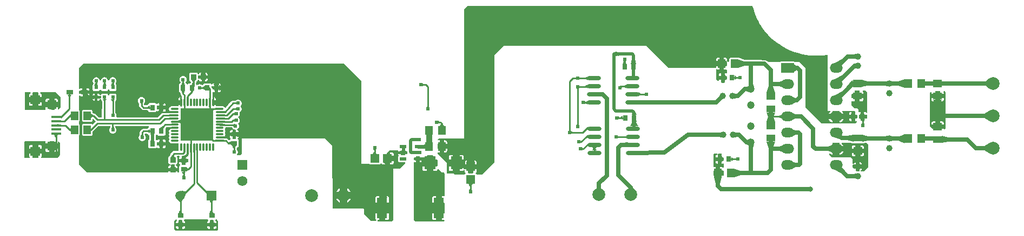
<source format=gtl>
G04 Layer: TopLayer*
G04 EasyEDA v6.5.23, 2023-06-02 21:13:54*
G04 33ff916c08f040c1a4a9353f5c15a4ee,b642c611f69d48ac97ba22acea37c14c,10*
G04 Gerber Generator version 0.2*
G04 Scale: 100 percent, Rotated: No, Reflected: No *
G04 Dimensions in millimeters *
G04 leading zeros omitted , absolute positions ,4 integer and 5 decimal *
%FSLAX45Y45*%
%MOMM*%

%AMMACRO1*21,1,$1,$2,0,0,$3*%
%AMMACRO2*4,1,4,-0.8,1.5999,0.8,1.5999,0.8,-1.5999,-0.8,-1.5999,-0.8,1.5999,0*%
%ADD10C,0.2500*%
%ADD11C,0.6500*%
%ADD12C,0.5000*%
%ADD13C,0.9000*%
%ADD14C,0.6000*%
%ADD15O,1.2999974X0.2999994*%
%ADD16O,0.2999994X1.2999974*%
%ADD17R,5.2000X5.2000*%
%ADD18R,0.8000X0.9000*%
%ADD19MACRO1,1.35X1.41X0.0000*%
%ADD20R,1.3500X1.4100*%
%ADD21MACRO1,1.35X1.41X-90.0000*%
%ADD22R,1.8000X2.0000*%
%ADD23MACRO1,1.377X1.1325X0.0000*%
%ADD24R,1.3770X1.1325*%
%ADD25MACRO1,1.377X1.1325X90.0000*%
%ADD26MACRO1,1.377X1.1325X-90.0000*%
%ADD27MACRO2*%
%ADD28MACRO1,0.864X0.8065X-90.0000*%
%ADD29MACRO1,0.864X0.8065X0.0000*%
%ADD30R,0.8640X0.8065*%
%ADD31R,1.6000X0.4000*%
%ADD32R,1.4000X1.4000*%
%ADD33R,1.5000X1.4000*%
%ADD34O,2.1999956000000003X0.6999986*%
%ADD35R,0.9000X0.8000*%
%ADD36R,0.6000X0.6000*%
%ADD37R,1.0000X0.7500*%
%ADD38R,1.0720X0.5320*%
%ADD39R,1.5748X1.5748*%
%ADD40C,1.5748*%
%ADD41C,2.0000*%
%ADD42C,1.1938*%
%ADD43O,1.9999959999999999X1.499997*%
%ADD44R,2.0000X1.5000*%
%ADD45R,1.5000X1.5000*%
%ADD46C,1.5000*%
%ADD47C,1.0000*%
%ADD48C,0.6350*%
%ADD49C,0.6100*%
%ADD50C,0.7000*%
%ADD51C,0.8000*%
%ADD52C,0.0111*%

%LPD*%
G36*
X870153Y9919970D02*
G01*
X866292Y9920732D01*
X862990Y9922967D01*
X860755Y9926269D01*
X859993Y9930130D01*
X859993Y10189819D01*
X860755Y10193680D01*
X862990Y10196982D01*
X866292Y10199217D01*
X870153Y10199979D01*
X944270Y10199979D01*
X948232Y10199166D01*
X951585Y10196880D01*
X953769Y10193477D01*
X954430Y10189464D01*
X953516Y10185552D01*
X951128Y10182301D01*
X947623Y10180218D01*
X942238Y10178338D01*
X937361Y10175240D01*
X933246Y10171176D01*
X930148Y10166248D01*
X928268Y10160812D01*
X927557Y10154462D01*
X927557Y10126421D01*
X984605Y10126421D01*
X984605Y10189819D01*
X985367Y10193680D01*
X987602Y10196982D01*
X990853Y10199217D01*
X994765Y10199979D01*
X1062126Y10199979D01*
X1066038Y10199217D01*
X1069340Y10196982D01*
X1071524Y10193680D01*
X1072286Y10189819D01*
X1072286Y10126421D01*
X1129385Y10126421D01*
X1129385Y10154462D01*
X1128674Y10160812D01*
X1126744Y10166248D01*
X1123645Y10171176D01*
X1119581Y10175240D01*
X1114653Y10178338D01*
X1109268Y10180218D01*
X1105814Y10182301D01*
X1103426Y10185552D01*
X1102461Y10189464D01*
X1103172Y10193477D01*
X1105306Y10196880D01*
X1108659Y10199166D01*
X1112621Y10199979D01*
X1345793Y10199979D01*
X1349705Y10199217D01*
X1352956Y10196982D01*
X1417015Y10132923D01*
X1419250Y10129672D01*
X1420012Y10125760D01*
X1420012Y9964166D01*
X1419250Y9960305D01*
X1417015Y9957003D01*
X1397711Y9937699D01*
X1394409Y9935464D01*
X1390548Y9934702D01*
X1386636Y9935464D01*
X1383334Y9937699D01*
X1381150Y9940950D01*
X1380388Y9944862D01*
X1380388Y9963607D01*
X1325829Y9963607D01*
X1325829Y9930130D01*
X1325016Y9926269D01*
X1322832Y9922967D01*
X1319530Y9920732D01*
X1315669Y9919970D01*
X1293876Y9919970D01*
X1290980Y9920376D01*
X1288288Y9921646D01*
X1283614Y9924745D01*
X1275232Y9928301D01*
X1266342Y9930333D01*
X1257249Y9930739D01*
X1254607Y9930384D01*
X1250340Y9930739D01*
X1246581Y9932822D01*
X1243990Y9936276D01*
X1243126Y9940493D01*
X1243126Y9963607D01*
X1188567Y9963607D01*
X1188567Y9935514D01*
X1189024Y9931247D01*
X1188618Y9927031D01*
X1186484Y9923373D01*
X1183081Y9920833D01*
X1178915Y9919970D01*
G37*

%LPC*%
G36*
X1072286Y9989159D02*
G01*
X1102868Y9989159D01*
X1109218Y9989870D01*
X1114653Y9991750D01*
X1119581Y9994849D01*
X1123645Y9998913D01*
X1126744Y10003840D01*
X1128674Y10009276D01*
X1129385Y10015626D01*
X1129385Y10043718D01*
X1072286Y10043718D01*
G37*
G36*
X954024Y9989159D02*
G01*
X984605Y9989159D01*
X984605Y10043718D01*
X927557Y10043718D01*
X927557Y10015626D01*
X928268Y10009276D01*
X930148Y10003840D01*
X933246Y9998913D01*
X937361Y9994849D01*
X942238Y9991750D01*
X947724Y9989870D01*
G37*
G36*
X1325829Y10046309D02*
G01*
X1380388Y10046309D01*
X1380388Y10074351D01*
X1379626Y10080701D01*
X1377746Y10086136D01*
X1374648Y10091064D01*
X1370584Y10095128D01*
X1365656Y10098227D01*
X1360220Y10100157D01*
X1353870Y10100868D01*
X1325829Y10100868D01*
G37*
G36*
X1188567Y10046309D02*
G01*
X1243126Y10046309D01*
X1243126Y10100868D01*
X1215034Y10100868D01*
X1208684Y10100157D01*
X1203248Y10098227D01*
X1198321Y10095128D01*
X1194257Y10091064D01*
X1191158Y10086136D01*
X1189278Y10080701D01*
X1188567Y10074351D01*
G37*

%LPD*%
G36*
X13953794Y9749993D02*
G01*
X13949883Y9750755D01*
X13946581Y9752939D01*
X13944396Y9756241D01*
X13943634Y9760153D01*
X13943634Y9791141D01*
X13926057Y9791141D01*
X13922146Y9791903D01*
X13918844Y9794087D01*
X13916660Y9797389D01*
X13915898Y9801301D01*
X13915898Y9838690D01*
X13916660Y9842550D01*
X13918844Y9845852D01*
X13922146Y9848037D01*
X13926057Y9848850D01*
X13943634Y9848850D01*
X13943634Y9890912D01*
X13930528Y9890912D01*
X13919657Y9889337D01*
X13915948Y9890252D01*
X13912799Y9892487D01*
X13910716Y9895738D01*
X13909954Y9899497D01*
X13909954Y9928961D01*
X13909243Y9930688D01*
X13890701Y9949281D01*
X13888974Y9949992D01*
X13854176Y9949992D01*
X13850315Y9950754D01*
X13847013Y9952939D01*
X13802969Y9996982D01*
X13800734Y10000284D01*
X13799972Y10004196D01*
X13799972Y10049205D01*
X13800683Y10053015D01*
X13802766Y10056266D01*
X13805916Y10058450D01*
X13809675Y10059365D01*
X13813485Y10058806D01*
X13815364Y10058146D01*
X13821714Y10057434D01*
X13849197Y10057434D01*
X13849197Y10105288D01*
X13810132Y10105288D01*
X13806220Y10106101D01*
X13802969Y10108285D01*
X13800734Y10111587D01*
X13799972Y10115448D01*
X13799972Y10164470D01*
X13800734Y10168382D01*
X13802969Y10171684D01*
X13806220Y10173868D01*
X13810132Y10174630D01*
X13849197Y10174630D01*
X13849197Y10219842D01*
X13849959Y10223703D01*
X13852194Y10227005D01*
X13855446Y10229189D01*
X13859357Y10230002D01*
X13920571Y10230002D01*
X13924483Y10229189D01*
X13927785Y10227005D01*
X13929969Y10223703D01*
X13930731Y10219842D01*
X13930731Y10174630D01*
X13984732Y10174630D01*
X13984732Y10196017D01*
X13984020Y10202367D01*
X13982090Y10207802D01*
X13976857Y10216032D01*
X13976146Y10219893D01*
X13976908Y10223754D01*
X13979144Y10227056D01*
X13982446Y10229189D01*
X13986306Y10230002D01*
X14015770Y10230002D01*
X14019631Y10229189D01*
X14022933Y10227005D01*
X14047012Y10202976D01*
X14049197Y10199674D01*
X14049959Y10195763D01*
X14049959Y9884816D01*
X14049044Y9880600D01*
X14046454Y9877145D01*
X14042644Y9875062D01*
X14038275Y9874808D01*
X14034262Y9876332D01*
X14031213Y9879431D01*
X14030147Y9881108D01*
X14026083Y9885172D01*
X14021155Y9888270D01*
X14015719Y9890201D01*
X14009369Y9890912D01*
X13996314Y9890912D01*
X13996314Y9848850D01*
X14039799Y9848850D01*
X14043710Y9848037D01*
X14047012Y9845852D01*
X14049197Y9842550D01*
X14049959Y9838690D01*
X14049959Y9801301D01*
X14049197Y9797389D01*
X14047012Y9794087D01*
X14043710Y9791903D01*
X14039799Y9791141D01*
X13996314Y9791141D01*
X13996314Y9760153D01*
X13995552Y9756241D01*
X13993317Y9752939D01*
X13990015Y9750755D01*
X13986154Y9749993D01*
G37*

%LPC*%
G36*
X13930731Y10057434D02*
G01*
X13958265Y10057434D01*
X13964564Y10058146D01*
X13970050Y10060076D01*
X13974927Y10063124D01*
X13979042Y10067239D01*
X13982090Y10072116D01*
X13984020Y10077602D01*
X13984732Y10083901D01*
X13984732Y10105288D01*
X13930731Y10105288D01*
G37*

%LPD*%
G36*
X15119350Y9619996D02*
G01*
X15115794Y9620605D01*
X15112695Y9622485D01*
X15110409Y9625330D01*
X15068854Y9625330D01*
X15064943Y9626092D01*
X15061641Y9628276D01*
X15032939Y9657029D01*
X15030754Y9660280D01*
X15029992Y9664192D01*
X15029992Y10186924D01*
X15030399Y10189870D01*
X15031669Y10192562D01*
X15036596Y10199928D01*
X15039695Y10202926D01*
X15043708Y10204348D01*
X15047976Y10203992D01*
X15051735Y10201910D01*
X15054326Y10198455D01*
X15055189Y10194290D01*
X15055189Y10174630D01*
X15109190Y10174630D01*
X15109190Y10209834D01*
X15109951Y10213695D01*
X15112187Y10216997D01*
X15115489Y10219182D01*
X15119350Y10219994D01*
X15180563Y10219994D01*
X15184475Y10219182D01*
X15187777Y10216997D01*
X15189962Y10213695D01*
X15190724Y10209834D01*
X15190724Y10174630D01*
X15244724Y10174630D01*
X15244724Y10196017D01*
X15244013Y10202367D01*
X15242590Y10206482D01*
X15242032Y10210292D01*
X15242895Y10214000D01*
X15245130Y10217150D01*
X15248382Y10219232D01*
X15252192Y10219994D01*
X15255748Y10219994D01*
X15259659Y10219182D01*
X15262961Y10216997D01*
X15266974Y10212933D01*
X15269210Y10209682D01*
X15269972Y10205770D01*
X15269972Y9634169D01*
X15269210Y9630308D01*
X15266974Y9627006D01*
X15262961Y9622942D01*
X15259659Y9620758D01*
X15254884Y9619996D01*
X15251328Y9620605D01*
X15248229Y9622485D01*
X15245943Y9625330D01*
X15189504Y9625330D01*
X15187777Y9622942D01*
X15184475Y9620758D01*
X15180563Y9619996D01*
G37*

%LPC*%
G36*
X15190724Y9694672D02*
G01*
X15244724Y9694672D01*
X15244724Y9716058D01*
X15244013Y9722358D01*
X15242082Y9727844D01*
X15239034Y9732721D01*
X15234919Y9736836D01*
X15230043Y9739884D01*
X15224556Y9741814D01*
X15218257Y9742525D01*
X15190724Y9742525D01*
G37*
G36*
X15055189Y9694672D02*
G01*
X15109190Y9694672D01*
X15109190Y9742525D01*
X15081707Y9742525D01*
X15075357Y9741814D01*
X15069921Y9739884D01*
X15064994Y9736836D01*
X15060930Y9732721D01*
X15057831Y9727844D01*
X15055900Y9722358D01*
X15055189Y9716058D01*
G37*
G36*
X15190724Y10057434D02*
G01*
X15218257Y10057434D01*
X15224556Y10058146D01*
X15230043Y10060076D01*
X15234919Y10063124D01*
X15239034Y10067239D01*
X15242082Y10072116D01*
X15244013Y10077602D01*
X15244724Y10083901D01*
X15244724Y10105288D01*
X15190724Y10105288D01*
G37*
G36*
X15081707Y10057434D02*
G01*
X15109190Y10057434D01*
X15109190Y10105288D01*
X15055189Y10105288D01*
X15055189Y10083901D01*
X15055900Y10077602D01*
X15057831Y10072116D01*
X15060930Y10067239D01*
X15064994Y10063124D01*
X15069921Y10060076D01*
X15075357Y10058146D01*
G37*

%LPD*%
G36*
X866089Y9169958D02*
G01*
X862177Y9170771D01*
X858875Y9172956D01*
X856691Y9176258D01*
X855929Y9180118D01*
X855929Y9335363D01*
X859180Y9426651D01*
X860044Y9430461D01*
X862330Y9433661D01*
X865581Y9435744D01*
X869442Y9436455D01*
X873252Y9435642D01*
X876503Y9433458D01*
X880059Y9430156D01*
X881024Y9429953D01*
X1178407Y9429953D01*
X1182268Y9429191D01*
X1185570Y9427006D01*
X1187754Y9423704D01*
X1188567Y9419793D01*
X1188567Y9396323D01*
X1243126Y9396323D01*
X1243126Y9419386D01*
X1243990Y9423603D01*
X1246581Y9427057D01*
X1250340Y9429140D01*
X1254607Y9429496D01*
X1257249Y9429140D01*
X1266342Y9429546D01*
X1269390Y9429953D01*
X1315669Y9429953D01*
X1319530Y9429191D01*
X1322832Y9427006D01*
X1325016Y9423704D01*
X1325829Y9419793D01*
X1325829Y9396323D01*
X1380388Y9396323D01*
X1380388Y9415068D01*
X1381150Y9418980D01*
X1383334Y9422282D01*
X1386636Y9424466D01*
X1390548Y9425228D01*
X1394409Y9424466D01*
X1397711Y9422282D01*
X1407007Y9412935D01*
X1409242Y9409633D01*
X1410004Y9405772D01*
X1410004Y9214205D01*
X1409242Y9210294D01*
X1407007Y9206992D01*
X1372971Y9172956D01*
X1369669Y9170771D01*
X1365808Y9169958D01*
X1129436Y9169958D01*
X1125575Y9170771D01*
X1122273Y9172956D01*
X1120038Y9176258D01*
X1119276Y9180118D01*
X1120038Y9184030D01*
X1122273Y9187332D01*
X1123645Y9188704D01*
X1126744Y9193631D01*
X1128674Y9199067D01*
X1129385Y9205417D01*
X1129385Y9233509D01*
X1072286Y9233509D01*
X1072286Y9180118D01*
X1071524Y9176258D01*
X1069340Y9172956D01*
X1066038Y9170771D01*
X1062126Y9169958D01*
X994765Y9169958D01*
X990853Y9170771D01*
X987602Y9172956D01*
X985367Y9176258D01*
X984605Y9180118D01*
X984605Y9233509D01*
X927557Y9233509D01*
X927557Y9205417D01*
X928268Y9199067D01*
X930148Y9193631D01*
X933246Y9188704D01*
X934669Y9187332D01*
X936853Y9184030D01*
X937615Y9180118D01*
X936853Y9176258D01*
X934669Y9172956D01*
X931367Y9170771D01*
X927455Y9169958D01*
G37*

%LPC*%
G36*
X1215034Y9259062D02*
G01*
X1243126Y9259062D01*
X1243126Y9313621D01*
X1188567Y9313621D01*
X1188567Y9285528D01*
X1189278Y9279178D01*
X1191158Y9273743D01*
X1194257Y9268815D01*
X1198321Y9264751D01*
X1203248Y9261652D01*
X1208684Y9259773D01*
G37*
G36*
X1325829Y9259062D02*
G01*
X1353870Y9259062D01*
X1360220Y9259773D01*
X1365656Y9261652D01*
X1370584Y9264751D01*
X1374648Y9268815D01*
X1377746Y9273743D01*
X1379626Y9279178D01*
X1380388Y9285528D01*
X1380388Y9313621D01*
X1325829Y9313621D01*
G37*
G36*
X1072286Y9316212D02*
G01*
X1129385Y9316212D01*
X1129385Y9344253D01*
X1128674Y9350603D01*
X1126744Y9356039D01*
X1123645Y9360966D01*
X1119581Y9365030D01*
X1114653Y9368129D01*
X1109218Y9370060D01*
X1102868Y9370771D01*
X1072286Y9370771D01*
G37*
G36*
X927557Y9316212D02*
G01*
X984605Y9316212D01*
X984605Y9370771D01*
X954024Y9370771D01*
X947724Y9370060D01*
X942238Y9368129D01*
X937361Y9365030D01*
X933246Y9360966D01*
X930148Y9356039D01*
X928268Y9350603D01*
X927557Y9344253D01*
G37*

%LPD*%
G36*
X13880084Y8960002D02*
G01*
X13876680Y8960561D01*
X13873632Y8962288D01*
X13871397Y8964930D01*
X13870228Y8969298D01*
X13869060Y8971788D01*
X13868603Y8974734D01*
X13868603Y9003690D01*
X13840460Y9003690D01*
X13836599Y9004452D01*
X13833297Y9006687D01*
X13822934Y9017000D01*
X13820749Y9020302D01*
X13819987Y9024213D01*
X13819987Y9056217D01*
X13820749Y9060129D01*
X13822934Y9063431D01*
X13826236Y9065615D01*
X13830147Y9066377D01*
X13868603Y9066377D01*
X13868603Y9103918D01*
X13863726Y9101683D01*
X13853972Y9095384D01*
X13845286Y9087662D01*
X13837970Y9078772D01*
X13834770Y9076182D01*
X13830757Y9075115D01*
X13826693Y9075674D01*
X13823188Y9077807D01*
X13820800Y9081211D01*
X13819987Y9085224D01*
X13819987Y9148978D01*
X13819276Y9150705D01*
X13790676Y9179255D01*
X13788948Y9179966D01*
X13494156Y9179966D01*
X13490295Y9180779D01*
X13486993Y9182963D01*
X13452957Y9216999D01*
X13450722Y9220301D01*
X13449960Y9224213D01*
X13449960Y9230969D01*
X13450722Y9234779D01*
X13452805Y9238030D01*
X13455954Y9240215D01*
X13459713Y9241129D01*
X13463524Y9240570D01*
X13466826Y9238640D01*
X13474395Y9231985D01*
X13485368Y9224670D01*
X13497204Y9218828D01*
X13504468Y9216390D01*
X13504468Y9268206D01*
X13460120Y9268206D01*
X13456259Y9268968D01*
X13452957Y9271152D01*
X13450722Y9274454D01*
X13449960Y9278366D01*
X13449960Y9345726D01*
X13450722Y9349638D01*
X13452957Y9352940D01*
X13456259Y9355124D01*
X13460120Y9355886D01*
X13504468Y9355886D01*
X13504468Y9399828D01*
X13505230Y9403689D01*
X13507415Y9406991D01*
X13510717Y9409226D01*
X13514628Y9409988D01*
X13606983Y9409988D01*
X13610894Y9409226D01*
X13614196Y9406991D01*
X13616381Y9403689D01*
X13617143Y9399828D01*
X13617143Y9355886D01*
X13676426Y9355886D01*
X13673175Y9362490D01*
X13665860Y9373463D01*
X13657122Y9383369D01*
X13647115Y9392158D01*
X13644626Y9395409D01*
X13643660Y9399371D01*
X13644270Y9403384D01*
X13646454Y9406839D01*
X13649807Y9409176D01*
X13653820Y9409988D01*
X13776096Y9409988D01*
X13778534Y9409684D01*
X13824305Y9398355D01*
X13831773Y9397441D01*
X13968323Y9397441D01*
X13974318Y9398050D01*
X14025524Y9408109D01*
X14028826Y9408210D01*
X14031976Y9407245D01*
X14034668Y9405315D01*
X14057020Y9382963D01*
X14059204Y9379661D01*
X14059966Y9375749D01*
X14059966Y9024213D01*
X14059204Y9020302D01*
X14057020Y9017000D01*
X14002969Y8962948D01*
X13999667Y8960764D01*
X13995755Y8960002D01*
X13956385Y8960002D01*
X13952270Y8960866D01*
X13948918Y8963304D01*
X13946784Y8966911D01*
X13946276Y8971026D01*
X13947495Y8975039D01*
X13950442Y8978392D01*
X13958519Y8986774D01*
X13965174Y8996273D01*
X13968882Y9003690D01*
X13931341Y9003690D01*
X13931341Y8970162D01*
X13930528Y8966250D01*
X13928344Y8962948D01*
X13925042Y8960764D01*
X13921181Y8960002D01*
X13911326Y8960002D01*
X13908684Y8960307D01*
X13897051Y8960764D01*
X13889837Y8960002D01*
G37*

%LPC*%
G36*
X13931341Y9066377D02*
G01*
X13968882Y9066377D01*
X13965174Y9073794D01*
X13958519Y9083294D01*
X13950442Y9091676D01*
X13941196Y9098737D01*
X13931341Y9104122D01*
G37*
G36*
X13831671Y9197441D02*
G01*
X13859205Y9197441D01*
X13859205Y9245295D01*
X13805204Y9245295D01*
X13805204Y9223908D01*
X13805916Y9217609D01*
X13807846Y9212122D01*
X13810894Y9207246D01*
X13815009Y9203131D01*
X13819886Y9200083D01*
X13825372Y9198152D01*
G37*
G36*
X13940739Y9197441D02*
G01*
X13968272Y9197441D01*
X13974572Y9198152D01*
X13980058Y9200083D01*
X13984935Y9203131D01*
X13989050Y9207246D01*
X13992098Y9212122D01*
X13994028Y9217609D01*
X13994739Y9223908D01*
X13994739Y9245295D01*
X13940739Y9245295D01*
G37*
G36*
X13617143Y9216390D02*
G01*
X13624407Y9218828D01*
X13636244Y9224670D01*
X13647216Y9231985D01*
X13657122Y9240723D01*
X13665860Y9250629D01*
X13673175Y9261602D01*
X13676426Y9268206D01*
X13617143Y9268206D01*
G37*
G36*
X13805204Y9314637D02*
G01*
X13859205Y9314637D01*
X13859205Y9362490D01*
X13831671Y9362490D01*
X13825372Y9361779D01*
X13819886Y9359900D01*
X13815009Y9356801D01*
X13810894Y9352737D01*
X13807846Y9347809D01*
X13805916Y9342374D01*
X13805204Y9336024D01*
G37*
G36*
X13940739Y9314637D02*
G01*
X13994739Y9314637D01*
X13994739Y9336024D01*
X13994028Y9342374D01*
X13992098Y9347809D01*
X13989050Y9352737D01*
X13984935Y9356801D01*
X13980058Y9359900D01*
X13974572Y9361779D01*
X13968272Y9362490D01*
X13940739Y9362490D01*
G37*

%LPD*%
G36*
X7594193Y8909964D02*
G01*
X7590332Y8910777D01*
X7587030Y8912961D01*
X7580020Y8919972D01*
X7480147Y8919972D01*
X7476236Y8920734D01*
X7472984Y8922969D01*
X7470749Y8926271D01*
X7469987Y8930132D01*
X7469987Y9088983D01*
X7469276Y9090710D01*
X7322972Y9237014D01*
X7320737Y9240316D01*
X7319975Y9245447D01*
X7320889Y9249613D01*
X7323378Y9253016D01*
X7327036Y9255150D01*
X7331303Y9255556D01*
X7333996Y9255252D01*
X7355382Y9255252D01*
X7355382Y9309201D01*
X7330135Y9309201D01*
X7326274Y9310014D01*
X7322972Y9312198D01*
X7320737Y9315500D01*
X7319975Y9319361D01*
X7319975Y9380626D01*
X7320737Y9384487D01*
X7322972Y9387789D01*
X7326274Y9389973D01*
X7330135Y9390786D01*
X7355382Y9390786D01*
X7355382Y9444736D01*
X7336688Y9444736D01*
X7333081Y9445396D01*
X7329931Y9447326D01*
X7327696Y9450222D01*
X7326579Y9453727D01*
X7326833Y9457385D01*
X7328052Y9462262D01*
X7330084Y9466275D01*
X7333589Y9469018D01*
X7337907Y9469983D01*
X7739989Y9469983D01*
X7739989Y11505793D01*
X7740751Y11509654D01*
X7742936Y11512956D01*
X7787030Y11557000D01*
X7790281Y11559184D01*
X7794193Y11559997D01*
X12244832Y11559997D01*
X12249200Y11558981D01*
X12252706Y11556238D01*
X12254687Y11552275D01*
X12260021Y11530787D01*
X12272924Y11487251D01*
X12287707Y11444376D01*
X12304369Y11402161D01*
X12322860Y11360708D01*
X12343231Y11320119D01*
X12365329Y11280495D01*
X12389154Y11241887D01*
X12414707Y11204346D01*
X12441885Y11167973D01*
X12470638Y11132820D01*
X12500914Y11099038D01*
X12532614Y11066576D01*
X12565786Y11035538D01*
X12600279Y11006023D01*
X12635992Y10978083D01*
X12672974Y10951718D01*
X12711074Y10927029D01*
X12750190Y10904067D01*
X12790322Y10882833D01*
X12831318Y10863376D01*
X12873177Y10845800D01*
X12915747Y10830052D01*
X12958978Y10816234D01*
X13002768Y10804296D01*
X13047065Y10794339D01*
X13091718Y10786364D01*
X13136727Y10780318D01*
X13181939Y10776356D01*
X13227304Y10774324D01*
X13272668Y10774324D01*
X13318032Y10776356D01*
X13363244Y10780318D01*
X13408253Y10786364D01*
X13418007Y10788091D01*
X13422426Y10787938D01*
X13426338Y10785906D01*
X13429030Y10782401D01*
X13429996Y10778083D01*
X13429996Y9909962D01*
X13458698Y9909962D01*
X13462660Y9909149D01*
X13466013Y9906863D01*
X13468197Y9903409D01*
X13468807Y9899396D01*
X13467842Y9895433D01*
X13455751Y9881463D01*
X13448436Y9870490D01*
X13445185Y9863886D01*
X13504468Y9863886D01*
X13504468Y9899802D01*
X13505230Y9903714D01*
X13507415Y9907016D01*
X13510717Y9909200D01*
X13514628Y9909962D01*
X13606983Y9909962D01*
X13610894Y9909200D01*
X13614196Y9907016D01*
X13616381Y9903714D01*
X13617143Y9899802D01*
X13617143Y9863886D01*
X13676426Y9863886D01*
X13673175Y9870490D01*
X13665860Y9881463D01*
X13653769Y9895433D01*
X13652754Y9899396D01*
X13653414Y9903409D01*
X13655598Y9906863D01*
X13658951Y9909149D01*
X13662913Y9909962D01*
X13781024Y9909962D01*
X13784986Y9909200D01*
X13788339Y9906863D01*
X13790523Y9903460D01*
X13791184Y9899497D01*
X13790269Y9895535D01*
X13787882Y9892284D01*
X13784376Y9890252D01*
X13778788Y9888270D01*
X13773861Y9885172D01*
X13769797Y9881108D01*
X13766698Y9876180D01*
X13764768Y9870744D01*
X13764056Y9864394D01*
X13764056Y9848850D01*
X13803630Y9848850D01*
X13803630Y9899802D01*
X13804392Y9903714D01*
X13806627Y9907016D01*
X13809929Y9909200D01*
X13813790Y9909962D01*
X13845743Y9909962D01*
X13849654Y9909200D01*
X13853363Y9906609D01*
X13855547Y9903307D01*
X13856309Y9899396D01*
X13856309Y9848850D01*
X13879830Y9848850D01*
X13883690Y9848037D01*
X13886992Y9845852D01*
X13889177Y9842550D01*
X13889990Y9838690D01*
X13889990Y9801301D01*
X13889177Y9797389D01*
X13886992Y9794087D01*
X13883690Y9791903D01*
X13879830Y9791141D01*
X13856309Y9791141D01*
X13856309Y9749078D01*
X13869416Y9749078D01*
X13873988Y9749586D01*
X13878102Y9749180D01*
X13881760Y9747199D01*
X13884249Y9743897D01*
X13885265Y9739884D01*
X13884554Y9735769D01*
X13882319Y9732314D01*
X13862964Y9712960D01*
X13859662Y9710775D01*
X13855750Y9709962D01*
X13633805Y9709962D01*
X13629386Y9710978D01*
X13625880Y9713772D01*
X13623899Y9717836D01*
X13623899Y9722358D01*
X13625830Y9726422D01*
X13629284Y9729266D01*
X13636244Y9732670D01*
X13647216Y9739985D01*
X13657122Y9748723D01*
X13665860Y9758629D01*
X13673175Y9769602D01*
X13676426Y9776206D01*
X13617143Y9776206D01*
X13617143Y9720122D01*
X13616381Y9716262D01*
X13614196Y9712960D01*
X13610894Y9710775D01*
X13606983Y9709962D01*
X13514628Y9709962D01*
X13510717Y9710775D01*
X13507415Y9712960D01*
X13505230Y9716262D01*
X13504468Y9720122D01*
X13504468Y9776206D01*
X13445185Y9776206D01*
X13448436Y9769602D01*
X13455751Y9758629D01*
X13464438Y9748723D01*
X13474395Y9739985D01*
X13485368Y9732670D01*
X13492276Y9729266D01*
X13495782Y9726422D01*
X13497712Y9722358D01*
X13497712Y9717836D01*
X13495731Y9713772D01*
X13492175Y9710978D01*
X13487806Y9709962D01*
X13391794Y9709962D01*
X13388898Y9710623D01*
X13385749Y9709962D01*
X13334288Y9709962D01*
X13330326Y9710775D01*
X13326973Y9713112D01*
X13082828Y9967010D01*
X13080695Y9970262D01*
X13079984Y9974072D01*
X13079984Y10578998D01*
X13079272Y10580674D01*
X12980670Y10679277D01*
X12978993Y10679988D01*
X12912750Y10679988D01*
X12909397Y10680547D01*
X12904571Y10682224D01*
X12898221Y10682935D01*
X12699390Y10682935D01*
X12693040Y10682224D01*
X12688214Y10680547D01*
X12684861Y10679988D01*
X12496800Y10679988D01*
X12492888Y10680750D01*
X12489586Y10682935D01*
X12481610Y10690961D01*
X12473889Y10697464D01*
X12465608Y10702391D01*
X12456668Y10705896D01*
X12447117Y10707928D01*
X12439650Y10708386D01*
X12130633Y10708386D01*
X12127077Y10708995D01*
X12035993Y10742980D01*
X12032589Y10743996D01*
X12026036Y10744758D01*
X11913920Y10744758D01*
X11907621Y10744047D01*
X11902135Y10742117D01*
X11897258Y10739018D01*
X11893143Y10734954D01*
X11890044Y10730026D01*
X11888165Y10724591D01*
X11887454Y10718241D01*
X11887454Y10690148D01*
X11886692Y10686237D01*
X11884456Y10682935D01*
X11881154Y10680750D01*
X11877294Y10679988D01*
X11862663Y10679988D01*
X11858802Y10680750D01*
X11855500Y10682935D01*
X11853265Y10686237D01*
X11852503Y10690148D01*
X11852503Y10718241D01*
X11851792Y10724591D01*
X11849862Y10730026D01*
X11846814Y10734954D01*
X11842699Y10739018D01*
X11837822Y10742117D01*
X11832336Y10744047D01*
X11826036Y10744758D01*
X11804650Y10744758D01*
X11804650Y10690758D01*
X11839803Y10690758D01*
X11843715Y10689996D01*
X11847017Y10687761D01*
X11849201Y10684459D01*
X11849963Y10680598D01*
X11849963Y10619384D01*
X11849201Y10615472D01*
X11847017Y10612170D01*
X11843715Y10609986D01*
X11839803Y10609224D01*
X11804650Y10609224D01*
X11804650Y10555224D01*
X11826036Y10555224D01*
X11832336Y10555935D01*
X11836450Y10557357D01*
X11840260Y10557916D01*
X11844020Y10557052D01*
X11847169Y10554817D01*
X11849252Y10551566D01*
X11849963Y10547756D01*
X11849963Y10509504D01*
X11849252Y10505744D01*
X11847169Y10502493D01*
X11844020Y10500258D01*
X11840260Y10499344D01*
X11835739Y10500156D01*
X11829440Y10500868D01*
X11816334Y10500868D01*
X11816334Y10458805D01*
X11839803Y10458805D01*
X11843715Y10458043D01*
X11847017Y10455859D01*
X11849201Y10452557D01*
X11849963Y10448645D01*
X11849963Y10411307D01*
X11849201Y10407396D01*
X11847017Y10404094D01*
X11843715Y10401909D01*
X11839803Y10401147D01*
X11816334Y10401147D01*
X11816334Y10360152D01*
X11815572Y10356240D01*
X11813336Y10352938D01*
X11810085Y10350754D01*
X11806174Y10349992D01*
X11773814Y10349992D01*
X11769902Y10350754D01*
X11766600Y10352938D01*
X11764416Y10356240D01*
X11763654Y10360152D01*
X11763654Y10401147D01*
X11724081Y10401147D01*
X11724081Y10390428D01*
X11723319Y10386517D01*
X11721084Y10383215D01*
X11717782Y10381030D01*
X11713921Y10380268D01*
X11710009Y10381030D01*
X11706758Y10383215D01*
X11682933Y10406989D01*
X11680748Y10410291D01*
X11679986Y10414203D01*
X11679986Y10553649D01*
X11680748Y10557510D01*
X11682933Y10560812D01*
X11686184Y10562996D01*
X11690045Y10563809D01*
X11693906Y10563098D01*
X11702135Y10557865D01*
X11707571Y10555935D01*
X11713921Y10555224D01*
X11735308Y10555224D01*
X11735308Y10609224D01*
X11687454Y10609224D01*
X11687454Y10590123D01*
X11686641Y10586262D01*
X11684457Y10582960D01*
X11681155Y10580776D01*
X11677294Y10579963D01*
X10944199Y10579963D01*
X10940288Y10580776D01*
X10936986Y10582960D01*
X10590682Y10929264D01*
X10588955Y10929975D01*
X8360968Y10929975D01*
X8359292Y10929264D01*
X8210702Y10780674D01*
X8209991Y10778998D01*
X8209991Y9104172D01*
X8209229Y9100312D01*
X8206994Y9097010D01*
X8022945Y8912961D01*
X8019643Y8910777D01*
X8015782Y8909964D01*
X7937449Y8909964D01*
X7934096Y8910574D01*
X7931150Y8912199D01*
X7927695Y8916568D01*
X7923580Y8920683D01*
X7919567Y8924188D01*
X7917942Y8927947D01*
X7917942Y8932011D01*
X7919567Y8935770D01*
X7923580Y8939276D01*
X7927695Y8943390D01*
X7930794Y8948267D01*
X7932674Y8953754D01*
X7933385Y8960053D01*
X7933385Y8988399D01*
X7880096Y8988399D01*
X7880096Y8936532D01*
X7879334Y8932672D01*
X7877098Y8929370D01*
X7873796Y8927185D01*
X7869936Y8926372D01*
X7810042Y8926372D01*
X7806131Y8927185D01*
X7802880Y8929370D01*
X7800644Y8932672D01*
X7799882Y8936532D01*
X7799882Y8988399D01*
X7736433Y8988399D01*
X7732522Y8989161D01*
X7729220Y8991346D01*
X7727035Y8994648D01*
X7726273Y8998559D01*
X7726273Y9033611D01*
X7667345Y9033611D01*
X7667345Y8964066D01*
X7705394Y8964066D01*
X7711744Y8964777D01*
X7717180Y8966708D01*
X7722108Y8969756D01*
X7726172Y8973870D01*
X7727797Y8976461D01*
X7730845Y8979560D01*
X7734909Y8981084D01*
X7739227Y8980830D01*
X7743037Y8978747D01*
X7745628Y8975293D01*
X7746593Y8971026D01*
X7746593Y8960053D01*
X7747304Y8953754D01*
X7749184Y8948267D01*
X7752283Y8943390D01*
X7756347Y8939276D01*
X7760411Y8935770D01*
X7762036Y8932011D01*
X7762036Y8927947D01*
X7760411Y8924188D01*
X7756347Y8920683D01*
X7752283Y8916568D01*
X7748828Y8912199D01*
X7745882Y8910574D01*
X7742529Y8909964D01*
G37*

%LPC*%
G36*
X7526578Y8964066D02*
G01*
X7564628Y8964066D01*
X7564628Y9033611D01*
X7500061Y9033611D01*
X7500061Y8990533D01*
X7500772Y8984234D01*
X7502702Y8978747D01*
X7505801Y8973870D01*
X7509865Y8969756D01*
X7514793Y8966708D01*
X7520228Y8964777D01*
G37*
G36*
X7880096Y9071559D02*
G01*
X7933385Y9071559D01*
X7933385Y9099905D01*
X7932674Y9106255D01*
X7930794Y9111691D01*
X7927695Y9116618D01*
X7923580Y9120682D01*
X7918703Y9123781D01*
X7913217Y9125661D01*
X7906918Y9126372D01*
X7880096Y9126372D01*
G37*
G36*
X7752232Y9071559D02*
G01*
X7799882Y9071559D01*
X7799882Y9126372D01*
X7773060Y9126372D01*
X7766710Y9125661D01*
X7761274Y9123781D01*
X7756347Y9120682D01*
X7752232Y9116517D01*
G37*
G36*
X7500061Y9146336D02*
G01*
X7564628Y9146336D01*
X7564628Y9215882D01*
X7526578Y9215882D01*
X7520228Y9215170D01*
X7514793Y9213291D01*
X7509865Y9210192D01*
X7505801Y9206077D01*
X7502702Y9201200D01*
X7500772Y9195714D01*
X7500061Y9189415D01*
G37*
G36*
X7667345Y9146336D02*
G01*
X7731912Y9146336D01*
X7731912Y9189415D01*
X7731201Y9195714D01*
X7729270Y9201200D01*
X7726172Y9206077D01*
X7722108Y9210192D01*
X7717180Y9213291D01*
X7711744Y9215170D01*
X7705394Y9215882D01*
X7667345Y9215882D01*
G37*
G36*
X7424724Y9255252D02*
G01*
X7446111Y9255252D01*
X7452461Y9255963D01*
X7457897Y9257842D01*
X7462774Y9260941D01*
X7466888Y9265005D01*
X7469987Y9269933D01*
X7471867Y9275368D01*
X7472578Y9281718D01*
X7472578Y9309201D01*
X7424724Y9309201D01*
G37*
G36*
X7424724Y9390786D02*
G01*
X7472578Y9390786D01*
X7472578Y9418269D01*
X7471867Y9424619D01*
X7469987Y9430054D01*
X7466888Y9434982D01*
X7462774Y9439046D01*
X7457897Y9442145D01*
X7452461Y9444024D01*
X7446111Y9444736D01*
X7424724Y9444736D01*
G37*
G36*
X13790574Y9749078D02*
G01*
X13803630Y9749078D01*
X13803630Y9791141D01*
X13764056Y9791141D01*
X13764056Y9775545D01*
X13764768Y9769246D01*
X13766698Y9763760D01*
X13769797Y9758883D01*
X13773861Y9754768D01*
X13778788Y9751720D01*
X13784224Y9749790D01*
G37*
G36*
X11724081Y10458805D02*
G01*
X11763654Y10458805D01*
X11763654Y10500868D01*
X11750548Y10500868D01*
X11744248Y10500156D01*
X11738762Y10498277D01*
X11733885Y10495178D01*
X11729770Y10491114D01*
X11726722Y10486186D01*
X11724792Y10480751D01*
X11724081Y10474401D01*
G37*
G36*
X11687454Y10690758D02*
G01*
X11735308Y10690758D01*
X11735308Y10744758D01*
X11713921Y10744758D01*
X11707571Y10744047D01*
X11702135Y10742117D01*
X11697208Y10739018D01*
X11693144Y10734954D01*
X11690045Y10730026D01*
X11688165Y10724591D01*
X11687454Y10718241D01*
G37*

%LPD*%
G36*
X11685473Y8830005D02*
G01*
X11681561Y8830767D01*
X11678259Y8832951D01*
X11676075Y8836253D01*
X11675313Y8840165D01*
X11675313Y8889187D01*
X11650116Y8889187D01*
X11646255Y8890000D01*
X11642953Y8892184D01*
X11640769Y8895486D01*
X11639956Y8899347D01*
X11639956Y8960612D01*
X11640769Y8964472D01*
X11642953Y8967774D01*
X11646255Y8969959D01*
X11650116Y8970772D01*
X11675313Y8970772D01*
X11675313Y9024721D01*
X11653926Y9024721D01*
X11651284Y9024467D01*
X11647068Y9024874D01*
X11643360Y9026956D01*
X11640870Y9030411D01*
X11639956Y9034526D01*
X11639956Y9223705D01*
X11640667Y9227362D01*
X11642598Y9230563D01*
X11645595Y9232798D01*
X11657838Y9238894D01*
X11662359Y9239961D01*
X11691010Y9239961D01*
X11695023Y9239199D01*
X11698325Y9236913D01*
X11700510Y9233458D01*
X11701170Y9229496D01*
X11700256Y9225584D01*
X11697868Y9222282D01*
X11694414Y9220250D01*
X11688775Y9218269D01*
X11683898Y9215170D01*
X11679783Y9211106D01*
X11676684Y9206179D01*
X11674805Y9200743D01*
X11674094Y9194393D01*
X11674094Y9178848D01*
X11713616Y9178848D01*
X11713616Y9229801D01*
X11714429Y9233712D01*
X11716613Y9237014D01*
X11719915Y9239199D01*
X11723776Y9239961D01*
X11756186Y9239961D01*
X11760047Y9239199D01*
X11763349Y9237014D01*
X11765584Y9233712D01*
X11766346Y9229801D01*
X11766346Y9178848D01*
X11789816Y9178848D01*
X11793728Y9178036D01*
X11796979Y9175851D01*
X11799214Y9172549D01*
X11799976Y9168688D01*
X11799976Y9131300D01*
X11799214Y9127388D01*
X11796979Y9124086D01*
X11793728Y9121902D01*
X11789816Y9121140D01*
X11766346Y9121140D01*
X11766346Y9079077D01*
X11779402Y9079077D01*
X11790273Y9080601D01*
X11794032Y9079687D01*
X11797182Y9077452D01*
X11799265Y9074251D01*
X11799976Y9070441D01*
X11799976Y9026296D01*
X11799214Y9022435D01*
X11797030Y9019133D01*
X11793778Y9016949D01*
X11789918Y9016136D01*
X11786006Y9016898D01*
X11777827Y9022130D01*
X11772341Y9024010D01*
X11766042Y9024721D01*
X11744655Y9024721D01*
X11744655Y8970772D01*
X11789816Y8970772D01*
X11793728Y8969959D01*
X11796979Y8967774D01*
X11799214Y8964472D01*
X11799976Y8960612D01*
X11799976Y8899347D01*
X11799214Y8895486D01*
X11796979Y8892184D01*
X11793728Y8890000D01*
X11789816Y8889187D01*
X11744655Y8889187D01*
X11744655Y8840165D01*
X11743842Y8836253D01*
X11741658Y8832951D01*
X11738356Y8830767D01*
X11734495Y8830005D01*
G37*

%LPC*%
G36*
X11700560Y9079077D02*
G01*
X11713616Y9079077D01*
X11713616Y9121140D01*
X11674094Y9121140D01*
X11674094Y9105544D01*
X11674805Y9099245D01*
X11676684Y9093758D01*
X11679783Y9088882D01*
X11683898Y9084767D01*
X11688775Y9081719D01*
X11694210Y9079788D01*
G37*

%LPD*%
G36*
X6394196Y8169960D02*
G01*
X6390284Y8170773D01*
X6387033Y8172958D01*
X6383274Y8176717D01*
X6381038Y8180019D01*
X6380276Y8183880D01*
X6381038Y8187791D01*
X6383274Y8191093D01*
X6386525Y8193278D01*
X6390436Y8194040D01*
X6408572Y8194040D01*
X6408572Y8293608D01*
X6349034Y8293608D01*
X6349034Y8220557D01*
X6349746Y8214207D01*
X6351625Y8208772D01*
X6354724Y8203844D01*
X6358788Y8199780D01*
X6360414Y8198764D01*
X6363512Y8195716D01*
X6365087Y8191652D01*
X6364782Y8187334D01*
X6362750Y8183524D01*
X6359245Y8180933D01*
X6355029Y8179968D01*
X6284214Y8179968D01*
X6280302Y8180781D01*
X6277000Y8182965D01*
X6172962Y8287003D01*
X6170777Y8290306D01*
X6169964Y8294166D01*
X6169964Y8358987D01*
X6169304Y8360714D01*
X6160719Y8369300D01*
X6158992Y8369960D01*
X5690158Y8369960D01*
X5686247Y8370773D01*
X5682945Y8372957D01*
X5680760Y8376259D01*
X5679998Y8380120D01*
X5679998Y8628938D01*
X5679795Y8629904D01*
X5670245Y9069933D01*
X5669991Y9071203D01*
X5669991Y9358985D01*
X5669280Y9360712D01*
X5560720Y9469272D01*
X5558993Y9469983D01*
X4259986Y9469983D01*
X4259986Y9244177D01*
X4259224Y9240316D01*
X4257040Y9237014D01*
X4232960Y9212935D01*
X4229658Y9210751D01*
X4225798Y9209989D01*
X4193082Y9209989D01*
X4188764Y9210954D01*
X4185259Y9213596D01*
X4183227Y9217507D01*
X4183075Y9221927D01*
X4184751Y9225991D01*
X4188815Y9231782D01*
X4192981Y9240672D01*
X4195521Y9250172D01*
X4196384Y9259976D01*
X4195521Y9269780D01*
X4192981Y9279280D01*
X4188815Y9288170D01*
X4183176Y9296196D01*
X4181398Y9298025D01*
X4179163Y9301327D01*
X4178401Y9305188D01*
X4178401Y9313976D01*
X4179468Y9318498D01*
X4185107Y9329775D01*
X4187494Y9332874D01*
X4190847Y9334804D01*
X4196181Y9336684D01*
X4201109Y9339783D01*
X4205173Y9343898D01*
X4208272Y9348774D01*
X4210202Y9354261D01*
X4210913Y9360560D01*
X4210913Y9439402D01*
X4210202Y9445752D01*
X4208272Y9451187D01*
X4205173Y9456115D01*
X4201109Y9460179D01*
X4199229Y9461398D01*
X4196283Y9464192D01*
X4194657Y9467951D01*
X4194657Y9472015D01*
X4196283Y9475774D01*
X4199229Y9478568D01*
X4201109Y9479788D01*
X4205173Y9483852D01*
X4208272Y9488779D01*
X4210202Y9494215D01*
X4210913Y9500565D01*
X4210913Y9513620D01*
X4168851Y9513620D01*
X4168851Y9476079D01*
X4168089Y9472168D01*
X4165854Y9468866D01*
X4162551Y9466681D01*
X4158691Y9465919D01*
X4121302Y9465919D01*
X4117390Y9466681D01*
X4114139Y9468866D01*
X4111904Y9472168D01*
X4111142Y9476079D01*
X4111142Y9513620D01*
X4069079Y9513620D01*
X4069079Y9500565D01*
X4069791Y9494215D01*
X4071721Y9488779D01*
X4074769Y9483852D01*
X4078884Y9479788D01*
X4080764Y9478568D01*
X4083710Y9475774D01*
X4085285Y9472015D01*
X4085285Y9467951D01*
X4083710Y9464192D01*
X4080764Y9461398D01*
X4078884Y9460179D01*
X4074769Y9456115D01*
X4071264Y9450527D01*
X4068114Y9447326D01*
X4063847Y9445853D01*
X4059326Y9446310D01*
X4055516Y9448749D01*
X4037329Y9466834D01*
X4031234Y9471812D01*
X4024579Y9475368D01*
X4017365Y9477552D01*
X4009390Y9478314D01*
X3998823Y9478365D01*
X3970528Y9480245D01*
X3966667Y9481261D01*
X3963517Y9483750D01*
X3961536Y9487255D01*
X3961079Y9491218D01*
X3962247Y9495078D01*
X3964736Y9498177D01*
X3968292Y9500108D01*
X3975709Y9502343D01*
X3978808Y9503664D01*
X3981297Y9503968D01*
X3998366Y9503968D01*
X3997807Y9505746D01*
X3995369Y9510318D01*
X3994302Y9513417D01*
X3994302Y9516770D01*
X3995369Y9519869D01*
X3997807Y9524441D01*
X4000144Y9532112D01*
X4000957Y9540087D01*
X4000144Y9548063D01*
X3997807Y9555734D01*
X3995369Y9560306D01*
X3994302Y9563455D01*
X3994302Y9566757D01*
X3995369Y9569907D01*
X3997807Y9574479D01*
X4000144Y9582150D01*
X4000957Y9590125D01*
X4000144Y9598050D01*
X3997807Y9605721D01*
X3995369Y9610293D01*
X3994302Y9613442D01*
X3994302Y9616744D01*
X3995369Y9619894D01*
X3997807Y9624466D01*
X4000144Y9632137D01*
X4001363Y9644583D01*
X4003497Y9648240D01*
X4006900Y9650679D01*
X4011015Y9651542D01*
X4099610Y9651542D01*
X4103979Y9650577D01*
X4107484Y9647834D01*
X4110024Y9644227D01*
X4111193Y9641789D01*
X4116781Y9633762D01*
X4123740Y9626803D01*
X4131818Y9621164D01*
X4140708Y9616998D01*
X4150207Y9614458D01*
X4159554Y9613646D01*
X4163161Y9612630D01*
X4166158Y9610394D01*
X4168140Y9607194D01*
X4168851Y9603536D01*
X4168851Y9566300D01*
X4210913Y9566300D01*
X4210913Y9579406D01*
X4210202Y9585706D01*
X4208272Y9591192D01*
X4205173Y9596069D01*
X4201109Y9600184D01*
X4196181Y9603232D01*
X4192473Y9604552D01*
X4188764Y9606889D01*
X4186326Y9610598D01*
X4185716Y9614966D01*
X4187037Y9619183D01*
X4190034Y9622485D01*
X4196232Y9626803D01*
X4203192Y9633762D01*
X4208780Y9641789D01*
X4212945Y9650679D01*
X4215485Y9660178D01*
X4216349Y9669983D01*
X4215485Y9679787D01*
X4212945Y9689287D01*
X4208780Y9698177D01*
X4204970Y9703663D01*
X4203446Y9706864D01*
X4203141Y9710369D01*
X4204055Y9713772D01*
X4206087Y9716668D01*
X4213199Y9723729D01*
X4218787Y9731806D01*
X4222953Y9740696D01*
X4225493Y9750196D01*
X4226356Y9759950D01*
X4225493Y9769754D01*
X4222953Y9779254D01*
X4218787Y9788144D01*
X4213199Y9796221D01*
X4206595Y9802774D01*
X4204411Y9806076D01*
X4203598Y9809988D01*
X4204411Y9813848D01*
X4206595Y9817150D01*
X4213199Y9823754D01*
X4218787Y9831781D01*
X4222953Y9840671D01*
X4225493Y9850170D01*
X4226356Y9859975D01*
X4225493Y9869779D01*
X4222902Y9879431D01*
X4222699Y9883597D01*
X4224121Y9887458D01*
X4226966Y9890455D01*
X4236262Y9896856D01*
X4243171Y9903764D01*
X4248810Y9911791D01*
X4252976Y9920681D01*
X4255516Y9930180D01*
X4256379Y9939985D01*
X4255516Y9949789D01*
X4252976Y9959289D01*
X4248810Y9968179D01*
X4243171Y9976205D01*
X4241596Y9977780D01*
X4239412Y9981082D01*
X4238599Y9984994D01*
X4239412Y9988854D01*
X4241596Y9992156D01*
X4243171Y9993731D01*
X4248810Y10001808D01*
X4252976Y10010698D01*
X4255516Y10020198D01*
X4256379Y10029952D01*
X4255516Y10039756D01*
X4252976Y10049256D01*
X4248810Y10058146D01*
X4243171Y10066223D01*
X4236212Y10073182D01*
X4228185Y10078770D01*
X4219295Y10082936D01*
X4209796Y10085476D01*
X4199991Y10086340D01*
X4190187Y10085476D01*
X4180687Y10082936D01*
X4171797Y10078770D01*
X4163771Y10073182D01*
X4161942Y10071354D01*
X4158691Y10069169D01*
X4154779Y10068407D01*
X4120184Y10068407D01*
X4117136Y10068255D01*
X4109720Y10066985D01*
X4102709Y10064292D01*
X4096359Y10060228D01*
X4092752Y10057028D01*
X4010558Y9961321D01*
X4007002Y9958679D01*
X4002684Y9957765D01*
X3998366Y9958781D01*
X3994912Y9961575D01*
X3988917Y9968992D01*
X3982770Y9974072D01*
X3975709Y9977831D01*
X3968038Y9980168D01*
X3959555Y9980980D01*
X3861155Y9980980D01*
X3857244Y9981793D01*
X3853942Y9983978D01*
X3851757Y9987280D01*
X3850995Y9991140D01*
X3850995Y10001250D01*
X3823919Y10001250D01*
X3823919Y9988550D01*
X3823208Y9984790D01*
X3821176Y9981590D01*
X3818128Y9979355D01*
X3814419Y9978390D01*
X3811676Y9978186D01*
X3807409Y9978847D01*
X3803751Y9981234D01*
X3801465Y9984841D01*
X3800957Y9990480D01*
X3800957Y10089743D01*
X3798366Y10128961D01*
X3798366Y10191038D01*
X3799078Y10194798D01*
X3801211Y10198049D01*
X3804310Y10200284D01*
X3808069Y10201148D01*
X3811879Y10200589D01*
X3814216Y10199776D01*
X3820566Y10199065D01*
X3833622Y10199065D01*
X3833622Y10241127D01*
X3808374Y10241127D01*
X3804716Y10241788D01*
X3801567Y10243769D01*
X3799332Y10246715D01*
X3798265Y10250271D01*
X3797604Y10257383D01*
X3795420Y10264597D01*
X3791864Y10271252D01*
X3788206Y10275671D01*
X3786479Y10278668D01*
X3785920Y10282123D01*
X3785920Y10288676D01*
X3786682Y10292537D01*
X3788867Y10295839D01*
X3792169Y10298074D01*
X3796080Y10298836D01*
X3833622Y10298836D01*
X3833622Y10340898D01*
X3820566Y10340898D01*
X3814216Y10340187D01*
X3808780Y10338257D01*
X3803853Y10335209D01*
X3799789Y10331094D01*
X3798570Y10329214D01*
X3795776Y10326268D01*
X3792016Y10324642D01*
X3787952Y10324642D01*
X3784193Y10326268D01*
X3781399Y10329214D01*
X3780231Y10331094D01*
X3776116Y10335209D01*
X3771239Y10338257D01*
X3765753Y10340187D01*
X3759454Y10340898D01*
X3680561Y10340898D01*
X3674262Y10340187D01*
X3668776Y10338257D01*
X3663899Y10335209D01*
X3659784Y10331094D01*
X3656736Y10326217D01*
X3654856Y10320832D01*
X3652875Y10317480D01*
X3649776Y10315092D01*
X3645662Y10313009D01*
X3642156Y10311993D01*
X3638550Y10312247D01*
X3635298Y10313771D01*
X3628136Y10318800D01*
X3619246Y10322966D01*
X3609746Y10325506D01*
X3599942Y10326370D01*
X3590137Y10325506D01*
X3580637Y10322966D01*
X3571748Y10318800D01*
X3559810Y10310317D01*
X3556050Y10309504D01*
X3552291Y10310114D01*
X3548989Y10312095D01*
X3546703Y10315194D01*
X3545687Y10318902D01*
X3543300Y10350398D01*
X3543503Y10353141D01*
X3544366Y10355732D01*
X3550767Y10368534D01*
X3553002Y10371531D01*
X3561130Y10376560D01*
X3565194Y10380675D01*
X3568293Y10385552D01*
X3570427Y10391648D01*
X3572560Y10395204D01*
X3575913Y10397591D01*
X3579977Y10398455D01*
X3584041Y10397591D01*
X3587445Y10395204D01*
X3589578Y10391648D01*
X3591712Y10385552D01*
X3594811Y10380675D01*
X3598875Y10376560D01*
X3603802Y10373512D01*
X3609238Y10371582D01*
X3615588Y10370870D01*
X3628796Y10370870D01*
X3628796Y10412018D01*
X3581044Y10412018D01*
X3577183Y10412780D01*
X3573881Y10415016D01*
X3571697Y10418318D01*
X3570884Y10422178D01*
X3570884Y10457789D01*
X3571697Y10461650D01*
X3573881Y10464952D01*
X3577183Y10467136D01*
X3581044Y10467949D01*
X3628796Y10467949D01*
X3628796Y10509097D01*
X3615588Y10509097D01*
X3609238Y10508386D01*
X3603802Y10506456D01*
X3598875Y10503408D01*
X3594811Y10499293D01*
X3591712Y10494416D01*
X3589578Y10488320D01*
X3587445Y10484764D01*
X3584041Y10482376D01*
X3579977Y10481513D01*
X3575913Y10482376D01*
X3572560Y10484764D01*
X3570427Y10488320D01*
X3568293Y10494416D01*
X3565194Y10499293D01*
X3561130Y10503408D01*
X3556203Y10506456D01*
X3550767Y10508386D01*
X3544417Y10509097D01*
X3464915Y10509097D01*
X3458616Y10508386D01*
X3453129Y10506456D01*
X3448253Y10503408D01*
X3444138Y10499293D01*
X3441039Y10494416D01*
X3439160Y10488930D01*
X3438448Y10482630D01*
X3438448Y10397337D01*
X3439160Y10391038D01*
X3441039Y10385552D01*
X3444138Y10380675D01*
X3448253Y10376560D01*
X3456330Y10371531D01*
X3458565Y10368534D01*
X3462629Y10360406D01*
X3463594Y10357459D01*
X3463594Y10354310D01*
X3462629Y10351312D01*
X3460242Y10346486D01*
X3457956Y10343540D01*
X3454806Y10341559D01*
X3451148Y10340898D01*
X3440531Y10340898D01*
X3434232Y10340187D01*
X3428746Y10338257D01*
X3423869Y10335209D01*
X3419754Y10331094D01*
X3418586Y10329214D01*
X3415792Y10326268D01*
X3412032Y10324642D01*
X3407968Y10324642D01*
X3404209Y10326268D01*
X3401415Y10329214D01*
X3400196Y10331094D01*
X3396183Y10335158D01*
X3389934Y10338968D01*
X3387750Y10340746D01*
X3386175Y10343083D01*
X3381552Y10352278D01*
X3380536Y10355783D01*
X3380790Y10359440D01*
X3382365Y10362742D01*
X3388817Y10371836D01*
X3392982Y10380675D01*
X3395522Y10390174D01*
X3396386Y10399979D01*
X3395522Y10409783D01*
X3392982Y10419283D01*
X3388817Y10428173D01*
X3383178Y10436199D01*
X3376218Y10443159D01*
X3368192Y10448798D01*
X3359302Y10452963D01*
X3349802Y10455503D01*
X3339998Y10456367D01*
X3330194Y10455503D01*
X3320694Y10452963D01*
X3311804Y10448798D01*
X3303778Y10443159D01*
X3296818Y10436199D01*
X3291179Y10428173D01*
X3287014Y10419283D01*
X3284474Y10409783D01*
X3283610Y10399979D01*
X3284474Y10390174D01*
X3287014Y10380675D01*
X3291179Y10371836D01*
X3297631Y10362742D01*
X3299155Y10359440D01*
X3299460Y10355783D01*
X3298444Y10352328D01*
X3293821Y10343083D01*
X3292195Y10340746D01*
X3290062Y10338968D01*
X3283864Y10335158D01*
X3279800Y10331094D01*
X3276701Y10326217D01*
X3274822Y10320731D01*
X3274110Y10314432D01*
X3274110Y10225532D01*
X3274822Y10219232D01*
X3276701Y10213746D01*
X3279800Y10208869D01*
X3283864Y10204805D01*
X3290062Y10200995D01*
X3292195Y10199217D01*
X3293821Y10196880D01*
X3300628Y10183266D01*
X3301644Y10179710D01*
X3302355Y10172496D01*
X3304540Y10165283D01*
X3308096Y10158679D01*
X3313176Y10152481D01*
X3318611Y10147046D01*
X3320796Y10143744D01*
X3321608Y10139883D01*
X3321558Y10104780D01*
X3321151Y10101834D01*
X3319983Y10098074D01*
X3319170Y10089591D01*
X3319170Y9990582D01*
X3319475Y9987178D01*
X3319018Y9982962D01*
X3316935Y9979355D01*
X3313480Y9976866D01*
X3309365Y9976002D01*
X3306368Y9976002D01*
X3302508Y9976764D01*
X3299206Y9978999D01*
X3297021Y9982301D01*
X3296208Y9986162D01*
X3296208Y10001250D01*
X3269183Y10001250D01*
X3269183Y9991140D01*
X3268421Y9987280D01*
X3266186Y9983978D01*
X3262884Y9981793D01*
X3259023Y9980980D01*
X3160572Y9980980D01*
X3152089Y9980168D01*
X3144469Y9977831D01*
X3137357Y9974072D01*
X3131210Y9968992D01*
X3126130Y9962794D01*
X3122320Y9955733D01*
X3119983Y9948062D01*
X3119221Y9940086D01*
X3119983Y9932111D01*
X3122320Y9924440D01*
X3124758Y9919868D01*
X3125825Y9916769D01*
X3125825Y9913416D01*
X3124758Y9910318D01*
X3122320Y9905746D01*
X3121812Y9903968D01*
X3138881Y9903968D01*
X3141370Y9903663D01*
X3144469Y9902342D01*
X3151886Y9900107D01*
X3155391Y9898176D01*
X3157931Y9895078D01*
X3159048Y9891217D01*
X3158591Y9887254D01*
X3156610Y9883749D01*
X3153460Y9881260D01*
X3149600Y9880244D01*
X3121355Y9878364D01*
X3064205Y9878364D01*
X3060344Y9879126D01*
X3057042Y9881362D01*
X3054858Y9884664D01*
X3054045Y9888524D01*
X3054858Y9892436D01*
X3057042Y9895687D01*
X3060192Y9898888D01*
X3063290Y9903764D01*
X3065170Y9909251D01*
X3065881Y9915550D01*
X3065881Y9931146D01*
X3026359Y9931146D01*
X3026359Y9886289D01*
X3025444Y9882073D01*
X3022854Y9878669D01*
X3019145Y9876536D01*
X3015284Y9875418D01*
X3008680Y9871862D01*
X3002483Y9866782D01*
X2947060Y9811359D01*
X2943758Y9809175D01*
X2939897Y9808413D01*
X2302916Y9808413D01*
X2299258Y9809073D01*
X2296109Y9811004D01*
X2293874Y9813950D01*
X2292807Y9817506D01*
X2293112Y9821164D01*
X2295499Y9830206D01*
X2296363Y9839960D01*
X2295499Y9849764D01*
X2292959Y9859264D01*
X2288794Y9868154D01*
X2283206Y9876231D01*
X2281377Y9878009D01*
X2279192Y9881311D01*
X2278380Y9885222D01*
X2278380Y10049459D01*
X2279345Y10053777D01*
X2293264Y10083546D01*
X2295194Y10089184D01*
X2295906Y10095585D01*
X2295906Y10154412D01*
X2295194Y10160711D01*
X2293264Y10166197D01*
X2290216Y10171074D01*
X2286101Y10175189D01*
X2281224Y10178237D01*
X2275738Y10180167D01*
X2269439Y10180878D01*
X2210562Y10180878D01*
X2204262Y10180167D01*
X2198776Y10178237D01*
X2193899Y10175189D01*
X2189784Y10171074D01*
X2186686Y10166197D01*
X2184603Y10160101D01*
X2182418Y10156545D01*
X2179066Y10154158D01*
X2175002Y10153294D01*
X2170938Y10154158D01*
X2167534Y10156545D01*
X2165400Y10160101D01*
X2163267Y10166197D01*
X2160219Y10171074D01*
X2156104Y10175189D01*
X2151227Y10178237D01*
X2145741Y10180167D01*
X2139442Y10180878D01*
X2080564Y10180878D01*
X2074265Y10180167D01*
X2068779Y10178237D01*
X2063902Y10175189D01*
X2059787Y10171074D01*
X2056688Y10166197D01*
X2054606Y10160101D01*
X2052421Y10156545D01*
X2049068Y10154158D01*
X2045004Y10153294D01*
X2040940Y10154158D01*
X2037537Y10156545D01*
X2035403Y10160101D01*
X2033270Y10166197D01*
X2030222Y10171074D01*
X2026107Y10175189D01*
X2021230Y10178237D01*
X2015743Y10180167D01*
X2009444Y10180878D01*
X2001367Y10180878D01*
X2001367Y10146334D01*
X2043938Y10146334D01*
X2047798Y10145572D01*
X2051100Y10143337D01*
X2053336Y10140035D01*
X2054098Y10136174D01*
X2054098Y10113772D01*
X2053336Y10109911D01*
X2051100Y10106609D01*
X2047798Y10104374D01*
X2043938Y10103612D01*
X2001367Y10103612D01*
X2001367Y10069068D01*
X2009444Y10069068D01*
X2016556Y10070084D01*
X2021230Y10071709D01*
X2026107Y10074757D01*
X2030222Y10078872D01*
X2033270Y10083749D01*
X2035403Y10089845D01*
X2037588Y10093401D01*
X2041042Y10095839D01*
X2045157Y10096652D01*
X2049221Y10095738D01*
X2052624Y10093198D01*
X2054656Y10089591D01*
X2056282Y10084511D01*
X2070404Y10050983D01*
X2071166Y10047020D01*
X2070049Y9818624D01*
X2069236Y9814763D01*
X2067052Y9811461D01*
X2063750Y9809276D01*
X2059889Y9808514D01*
X2019909Y9808514D01*
X2015998Y9809276D01*
X2012696Y9811512D01*
X1967636Y9856825D01*
X1961438Y9861905D01*
X1954784Y9865461D01*
X1947621Y9867646D01*
X1942084Y9868204D01*
X1938528Y9869220D01*
X1928164Y9874453D01*
X1925167Y9876688D01*
X1923237Y9879838D01*
X1922525Y9883546D01*
X1922525Y9898278D01*
X1921814Y9904577D01*
X1919935Y9910064D01*
X1916836Y9914940D01*
X1912721Y9919055D01*
X1907844Y9922103D01*
X1902358Y9924034D01*
X1896059Y9924745D01*
X1783943Y9924745D01*
X1777644Y9924034D01*
X1772157Y9922103D01*
X1767281Y9919055D01*
X1763166Y9914940D01*
X1760067Y9910064D01*
X1758188Y9904577D01*
X1757476Y9898278D01*
X1757476Y9761677D01*
X1758188Y9755378D01*
X1760067Y9749891D01*
X1763166Y9745014D01*
X1767281Y9740900D01*
X1772157Y9737852D01*
X1777644Y9735921D01*
X1783943Y9735210D01*
X1896059Y9735210D01*
X1902358Y9735921D01*
X1907844Y9737852D01*
X1912721Y9740900D01*
X1916836Y9745014D01*
X1919935Y9749891D01*
X1921814Y9755378D01*
X1922525Y9761677D01*
X1922525Y9768586D01*
X1923288Y9772497D01*
X1925523Y9775799D01*
X1928825Y9777984D01*
X1932686Y9778746D01*
X1936597Y9777984D01*
X1939899Y9775799D01*
X1968500Y9747046D01*
X1970684Y9743744D01*
X1971446Y9739884D01*
X1970684Y9735972D01*
X1968449Y9732721D01*
X1930907Y9695230D01*
X1927606Y9693046D01*
X1923694Y9692284D01*
X1919833Y9693046D01*
X1916531Y9695230D01*
X1912721Y9699040D01*
X1907844Y9702139D01*
X1902358Y9704019D01*
X1896059Y9704730D01*
X1783943Y9704730D01*
X1777644Y9704019D01*
X1772157Y9702139D01*
X1767281Y9699040D01*
X1763166Y9694926D01*
X1760067Y9690049D01*
X1758188Y9684562D01*
X1757476Y9678263D01*
X1757476Y9541713D01*
X1758188Y9535363D01*
X1760067Y9529927D01*
X1763166Y9525000D01*
X1767281Y9520936D01*
X1772157Y9517837D01*
X1777644Y9515957D01*
X1783943Y9515246D01*
X1896059Y9515246D01*
X1902358Y9515957D01*
X1907844Y9517837D01*
X1912721Y9520936D01*
X1916836Y9525000D01*
X1919935Y9529927D01*
X1921814Y9535363D01*
X1922525Y9541713D01*
X1922525Y9574479D01*
X1923491Y9578797D01*
X1926285Y9582302D01*
X2012899Y9668560D01*
X2016201Y9670745D01*
X2020062Y9671507D01*
X2190953Y9671507D01*
X2194814Y9670745D01*
X2198065Y9668560D01*
X2200300Y9665309D01*
X2201113Y9660178D01*
X2200198Y9655810D01*
X2194204Y9642754D01*
X2191207Y9638182D01*
X2187041Y9629292D01*
X2184501Y9619792D01*
X2183638Y9609988D01*
X2184501Y9600184D01*
X2187041Y9590684D01*
X2191207Y9581794D01*
X2196795Y9573768D01*
X2203754Y9566808D01*
X2211832Y9561169D01*
X2220722Y9557004D01*
X2230221Y9554464D01*
X2240026Y9553600D01*
X2249779Y9554464D01*
X2259279Y9557004D01*
X2268169Y9561169D01*
X2276246Y9566808D01*
X2283206Y9573768D01*
X2288794Y9581794D01*
X2292959Y9590684D01*
X2295499Y9600184D01*
X2296363Y9609988D01*
X2295499Y9619792D01*
X2292959Y9629292D01*
X2288794Y9638182D01*
X2284272Y9644888D01*
X2279040Y9654946D01*
X2277922Y9659518D01*
X2277922Y9661245D01*
X2278684Y9665157D01*
X2280869Y9668510D01*
X2284171Y9670745D01*
X2288082Y9671507D01*
X2795524Y9671507D01*
X2799435Y9670745D01*
X2802737Y9668510D01*
X2804922Y9665208D01*
X2805684Y9661347D01*
X2804922Y9657435D01*
X2802737Y9654184D01*
X2799689Y9651136D01*
X2796590Y9646259D01*
X2794711Y9640773D01*
X2792730Y9637369D01*
X2789631Y9635032D01*
X2778607Y9629495D01*
X2774086Y9628428D01*
X2720594Y9628428D01*
X2712618Y9627666D01*
X2705404Y9625482D01*
X2698750Y9621926D01*
X2692552Y9616846D01*
X2673197Y9597491D01*
X2668117Y9591294D01*
X2664561Y9584639D01*
X2662377Y9577425D01*
X2661615Y9569450D01*
X2661615Y9539884D01*
X2660599Y9535414D01*
X2654858Y9523628D01*
X2651201Y9518142D01*
X2647035Y9509252D01*
X2644495Y9499752D01*
X2643632Y9489948D01*
X2644495Y9480194D01*
X2647035Y9470694D01*
X2651201Y9461804D01*
X2656789Y9453727D01*
X2663748Y9446768D01*
X2671826Y9441180D01*
X2680716Y9437014D01*
X2690215Y9434474D01*
X2700020Y9433610D01*
X2709773Y9434474D01*
X2719273Y9437014D01*
X2728163Y9441180D01*
X2736240Y9446768D01*
X2743200Y9453727D01*
X2748788Y9461804D01*
X2752953Y9470694D01*
X2755493Y9480194D01*
X2756357Y9489948D01*
X2755493Y9499752D01*
X2752953Y9509252D01*
X2748788Y9518142D01*
X2745079Y9523679D01*
X2739440Y9535312D01*
X2738424Y9539732D01*
X2738424Y9541459D01*
X2739186Y9545320D01*
X2741422Y9548622D01*
X2744724Y9550857D01*
X2748584Y9551619D01*
X2773883Y9551619D01*
X2778404Y9550552D01*
X2789682Y9544913D01*
X2792780Y9542526D01*
X2794762Y9539173D01*
X2796590Y9533788D01*
X2799689Y9528911D01*
X2806852Y9522206D01*
X2808528Y9519208D01*
X2809087Y9515856D01*
X2809087Y9464040D01*
X2808528Y9460687D01*
X2806852Y9457740D01*
X2803906Y9455200D01*
X2799791Y9451086D01*
X2796743Y9446209D01*
X2794812Y9440722D01*
X2794101Y9434423D01*
X2794101Y9345574D01*
X2794812Y9339224D01*
X2796743Y9333788D01*
X2799791Y9328861D01*
X2803906Y9324797D01*
X2808782Y9321698D01*
X2814269Y9319768D01*
X2820568Y9319056D01*
X2899410Y9319056D01*
X2905760Y9319768D01*
X2911195Y9321698D01*
X2916123Y9324797D01*
X2920187Y9328861D01*
X2921406Y9330740D01*
X2924200Y9333687D01*
X2927959Y9335312D01*
X2932023Y9335312D01*
X2935782Y9333687D01*
X2938576Y9330740D01*
X2939796Y9328861D01*
X2943860Y9324797D01*
X2948787Y9321698D01*
X2954223Y9319768D01*
X2960573Y9319056D01*
X2973628Y9319056D01*
X2973628Y9361119D01*
X2936087Y9361119D01*
X2932176Y9361881D01*
X2928874Y9364116D01*
X2926689Y9367418D01*
X2925927Y9371279D01*
X2925927Y9408668D01*
X2926689Y9412579D01*
X2928874Y9415830D01*
X2932176Y9418066D01*
X2936087Y9418828D01*
X2973628Y9418828D01*
X2973628Y9460890D01*
X2960573Y9460890D01*
X2954223Y9460179D01*
X2948787Y9458248D01*
X2943860Y9455200D01*
X2939796Y9451086D01*
X2938576Y9449206D01*
X2935782Y9446260D01*
X2932023Y9444685D01*
X2927959Y9444685D01*
X2924200Y9446260D01*
X2921406Y9449206D01*
X2920187Y9451086D01*
X2913126Y9457740D01*
X2911449Y9460738D01*
X2910890Y9464090D01*
X2910890Y9516008D01*
X2911449Y9519361D01*
X2913126Y9522307D01*
X2916021Y9524796D01*
X2920085Y9528911D01*
X2921304Y9530791D01*
X2924098Y9533737D01*
X2927858Y9535363D01*
X2931922Y9535363D01*
X2935681Y9533737D01*
X2938475Y9530791D01*
X2939694Y9528911D01*
X2943758Y9524796D01*
X2948686Y9521748D01*
X2954121Y9519818D01*
X2960471Y9519107D01*
X3039313Y9519107D01*
X3045612Y9519818D01*
X3051098Y9521748D01*
X3055975Y9524796D01*
X3060090Y9528911D01*
X3063189Y9533788D01*
X3065068Y9539274D01*
X3065780Y9545574D01*
X3065780Y9630156D01*
X3066186Y9633000D01*
X3067405Y9635642D01*
X3074619Y9647021D01*
X3076905Y9649510D01*
X3079851Y9651136D01*
X3083204Y9651695D01*
X3120491Y9651644D01*
X3148888Y9649764D01*
X3152749Y9648698D01*
X3155950Y9646208D01*
X3157880Y9642754D01*
X3158337Y9638741D01*
X3157220Y9634880D01*
X3154680Y9631781D01*
X3151174Y9629902D01*
X3141370Y9626549D01*
X3138881Y9626244D01*
X3121812Y9626244D01*
X3122320Y9624466D01*
X3124758Y9619894D01*
X3125825Y9616744D01*
X3125825Y9613442D01*
X3124758Y9610293D01*
X3122320Y9605721D01*
X3119983Y9598050D01*
X3119221Y9590125D01*
X3119983Y9582150D01*
X3122320Y9574479D01*
X3124758Y9569907D01*
X3125825Y9566757D01*
X3125825Y9563455D01*
X3124758Y9560306D01*
X3122320Y9555734D01*
X3119983Y9548063D01*
X3119221Y9540087D01*
X3119983Y9532112D01*
X3122320Y9524441D01*
X3124758Y9519869D01*
X3125825Y9516770D01*
X3125825Y9513417D01*
X3124758Y9510318D01*
X3122320Y9505746D01*
X3119983Y9498076D01*
X3119221Y9490100D01*
X3119983Y9482124D01*
X3122320Y9474454D01*
X3124758Y9469882D01*
X3125825Y9466732D01*
X3125825Y9463430D01*
X3124758Y9460331D01*
X3122320Y9455708D01*
X3119983Y9448038D01*
X3119221Y9440113D01*
X3119983Y9432137D01*
X3122320Y9424466D01*
X3126130Y9417405D01*
X3131210Y9411208D01*
X3137357Y9406128D01*
X3144469Y9402318D01*
X3152089Y9400032D01*
X3160572Y9399168D01*
X3259023Y9399168D01*
X3262884Y9398406D01*
X3266186Y9396222D01*
X3268421Y9392920D01*
X3269183Y9389008D01*
X3269183Y9290608D01*
X3268827Y9285376D01*
X3266694Y9281769D01*
X3263290Y9279280D01*
X3259175Y9278416D01*
X3200400Y9278416D01*
X3192424Y9277654D01*
X3185210Y9275470D01*
X3178556Y9271914D01*
X3172409Y9266834D01*
X3153105Y9247276D01*
X3148177Y9241282D01*
X3144621Y9234627D01*
X3142437Y9227413D01*
X3141878Y9221317D01*
X3140811Y9217761D01*
X3134512Y9205061D01*
X3132124Y9202013D01*
X3128772Y9200032D01*
X3125571Y9198914D01*
X3120694Y9195816D01*
X3116580Y9191752D01*
X3113532Y9186824D01*
X3111601Y9181388D01*
X3110890Y9175038D01*
X3110890Y9095536D01*
X3111601Y9089237D01*
X3113532Y9083751D01*
X3116580Y9078874D01*
X3120694Y9074759D01*
X3125571Y9071711D01*
X3131667Y9069578D01*
X3135223Y9067444D01*
X3137611Y9064040D01*
X3138474Y9059976D01*
X3137611Y9055912D01*
X3135223Y9052509D01*
X3131667Y9050375D01*
X3125571Y9048242D01*
X3120694Y9045194D01*
X3116580Y9041079D01*
X3113532Y9036202D01*
X3111601Y9030716D01*
X3110890Y9024416D01*
X3110890Y9011158D01*
X3152038Y9011158D01*
X3152038Y9058910D01*
X3152800Y9062821D01*
X3155035Y9066072D01*
X3158337Y9068308D01*
X3162198Y9069070D01*
X3197809Y9069070D01*
X3201670Y9068308D01*
X3204972Y9066072D01*
X3207156Y9062821D01*
X3207918Y9058910D01*
X3207918Y9011158D01*
X3249117Y9011158D01*
X3249117Y9024416D01*
X3248406Y9030716D01*
X3246475Y9036202D01*
X3243376Y9041079D01*
X3239312Y9045194D01*
X3234385Y9048242D01*
X3228340Y9050375D01*
X3224784Y9052509D01*
X3222396Y9055912D01*
X3221532Y9059976D01*
X3222396Y9064040D01*
X3224784Y9067444D01*
X3228340Y9069578D01*
X3234385Y9071711D01*
X3239312Y9074759D01*
X3243376Y9078874D01*
X3246475Y9083751D01*
X3248406Y9089237D01*
X3249117Y9095536D01*
X3249117Y9175038D01*
X3248406Y9181338D01*
X3246018Y9188043D01*
X3245459Y9191853D01*
X3246323Y9195612D01*
X3248558Y9198762D01*
X3251809Y9200845D01*
X3255568Y9201607D01*
X3276142Y9201607D01*
X3280359Y9200692D01*
X3283813Y9198152D01*
X3285896Y9194342D01*
X3286201Y9190075D01*
X3284778Y9186062D01*
X3281730Y9181185D01*
X3279800Y9175699D01*
X3279089Y9169400D01*
X3279089Y9156344D01*
X3321151Y9156344D01*
X3321151Y9191447D01*
X3321913Y9195308D01*
X3324098Y9198610D01*
X3327400Y9200845D01*
X3331311Y9201607D01*
X3339592Y9201607D01*
X3347567Y9202369D01*
X3354781Y9204553D01*
X3365906Y9210649D01*
X3367582Y9213189D01*
X3386886Y9232747D01*
X3391814Y9238742D01*
X3396234Y9246768D01*
X3396691Y9249714D01*
X3397605Y9252813D01*
X3398316Y9258096D01*
X3399739Y9275216D01*
X3401009Y9279331D01*
X3403854Y9282531D01*
X3407816Y9284309D01*
X3412134Y9284258D01*
X3416046Y9282430D01*
X3418840Y9279178D01*
X3420008Y9275013D01*
X3421583Y9251340D01*
X3421583Y9201962D01*
X3420668Y9197797D01*
X3418179Y9194393D01*
X3414471Y9192310D01*
X3410254Y9191904D01*
X3400755Y9195155D01*
X3394405Y9195866D01*
X3378860Y9195866D01*
X3378860Y9156344D01*
X3411423Y9156344D01*
X3415284Y9155531D01*
X3418586Y9153347D01*
X3420821Y9150045D01*
X3421583Y9146184D01*
X3421583Y9113774D01*
X3420821Y9109913D01*
X3418586Y9106611D01*
X3415284Y9104376D01*
X3411423Y9103614D01*
X3378860Y9103614D01*
X3378860Y9066072D01*
X3378047Y9062161D01*
X3375863Y9058859D01*
X3372561Y9056674D01*
X3368700Y9055912D01*
X3331311Y9055912D01*
X3327400Y9056674D01*
X3324098Y9058859D01*
X3321913Y9062161D01*
X3321151Y9066072D01*
X3321151Y9103614D01*
X3279089Y9103614D01*
X3279089Y9090558D01*
X3279800Y9084208D01*
X3281730Y9078772D01*
X3284778Y9073845D01*
X3288893Y9069781D01*
X3290773Y9068562D01*
X3293719Y9065768D01*
X3295294Y9062008D01*
X3295294Y9057944D01*
X3293719Y9054185D01*
X3290773Y9051391D01*
X3288893Y9050172D01*
X3284778Y9046108D01*
X3281730Y9041180D01*
X3279800Y9035745D01*
X3279089Y9029446D01*
X3279089Y8950147D01*
X3278327Y8946235D01*
X3276092Y8942933D01*
X3272790Y8940749D01*
X3268929Y8939987D01*
X3259277Y8939987D01*
X3255365Y8940749D01*
X3252063Y8942933D01*
X3249879Y8946235D01*
X3249117Y8950147D01*
X3249117Y8958122D01*
X3207918Y8958122D01*
X3207918Y8950147D01*
X3207156Y8946235D01*
X3204972Y8942933D01*
X3201670Y8940749D01*
X3197809Y8939987D01*
X3162198Y8939987D01*
X3158337Y8940749D01*
X3155035Y8942933D01*
X3152800Y8946235D01*
X3152038Y8950147D01*
X3152038Y8958122D01*
X3110890Y8958122D01*
X3110890Y8950147D01*
X3110128Y8946235D01*
X3107893Y8942933D01*
X3104591Y8940749D01*
X3100730Y8939987D01*
X1844192Y8939987D01*
X1840331Y8940749D01*
X1837029Y8942933D01*
X1712975Y9066987D01*
X1710791Y9070289D01*
X1709978Y9074200D01*
X1709978Y9513976D01*
X1710791Y9517888D01*
X1712975Y9521190D01*
X1716836Y9525000D01*
X1719884Y9529927D01*
X1721815Y9535363D01*
X1722526Y9541713D01*
X1722526Y9678263D01*
X1721815Y9684562D01*
X1719884Y9690049D01*
X1716836Y9694926D01*
X1712975Y9698786D01*
X1710791Y9702088D01*
X1709978Y9706000D01*
X1709978Y9733991D01*
X1710791Y9737852D01*
X1712975Y9741154D01*
X1716836Y9745014D01*
X1719884Y9749891D01*
X1721815Y9755378D01*
X1722526Y9761677D01*
X1722526Y9898278D01*
X1721815Y9904577D01*
X1719884Y9910064D01*
X1716836Y9914940D01*
X1712975Y9918801D01*
X1710791Y9922103D01*
X1709978Y9925964D01*
X1709978Y10138867D01*
X1710791Y10142778D01*
X1712975Y10146080D01*
X1716278Y10148265D01*
X1720138Y10149027D01*
X1724050Y10148265D01*
X1727352Y10146080D01*
X1731162Y10142270D01*
X1736039Y10139172D01*
X1741474Y10137292D01*
X1747824Y10136581D01*
X1765909Y10136581D01*
X1765909Y10174884D01*
X1720138Y10174884D01*
X1716278Y10175646D01*
X1712975Y10177830D01*
X1710791Y10181132D01*
X1709978Y10185044D01*
X1709978Y10214914D01*
X1710791Y10218826D01*
X1712975Y10222128D01*
X1716278Y10224312D01*
X1720138Y10225074D01*
X1765909Y10225074D01*
X1765909Y10263378D01*
X1747824Y10263378D01*
X1741474Y10262666D01*
X1736039Y10260787D01*
X1731162Y10257688D01*
X1727352Y10253878D01*
X1724050Y10251694D01*
X1720138Y10250932D01*
X1716278Y10251694D01*
X1712975Y10253878D01*
X1710791Y10257180D01*
X1709978Y10261092D01*
X1709978Y10575747D01*
X1710791Y10579658D01*
X1712975Y10582960D01*
X1777034Y10647019D01*
X1780336Y10649204D01*
X1784197Y10649966D01*
X5855766Y10649966D01*
X5859678Y10649204D01*
X5862980Y10647019D01*
X6126988Y10382961D01*
X6129223Y10379659D01*
X6129985Y10375747D01*
X6129985Y9079992D01*
X6241389Y9079992D01*
X6245301Y9079230D01*
X6248603Y9076994D01*
X6253276Y9072321D01*
X6258204Y9069222D01*
X6263640Y9067292D01*
X6269990Y9066580D01*
X6409842Y9066580D01*
X6416141Y9067292D01*
X6421628Y9069222D01*
X6426504Y9072321D01*
X6430670Y9076436D01*
X6434124Y9080449D01*
X6437884Y9082024D01*
X6441948Y9082024D01*
X6445707Y9080449D01*
X6449212Y9076385D01*
X6453327Y9072321D01*
X6458204Y9069222D01*
X6463690Y9067292D01*
X6469989Y9066580D01*
X6498336Y9066580D01*
X6498336Y9079839D01*
X6499098Y9083700D01*
X6501282Y9087002D01*
X6504584Y9089186D01*
X6508496Y9089999D01*
X6529984Y9089999D01*
X6529984Y9245752D01*
X6530746Y9249664D01*
X6532981Y9252966D01*
X6567017Y9287002D01*
X6570319Y9289186D01*
X6574180Y9289999D01*
X6695795Y9289999D01*
X6699910Y9289084D01*
X6703364Y9286595D01*
X6705447Y9282887D01*
X6705904Y9278670D01*
X6705600Y9276029D01*
X6705600Y9269628D01*
X6751929Y9269628D01*
X6751929Y9279839D01*
X6752691Y9283700D01*
X6754926Y9287002D01*
X6758228Y9289186D01*
X6762089Y9289999D01*
X6808063Y9289999D01*
X6811975Y9289186D01*
X6815277Y9287002D01*
X6817461Y9283700D01*
X6818223Y9279839D01*
X6818223Y9269628D01*
X6838950Y9269628D01*
X6842759Y9268917D01*
X6846011Y9266783D01*
X6848246Y9263634D01*
X6849109Y9259874D01*
X6849313Y9255556D01*
X6849973Y9249664D01*
X6849973Y9240469D01*
X6849211Y9236608D01*
X6847027Y9233306D01*
X6843725Y9231122D01*
X6839813Y9230309D01*
X6818223Y9230309D01*
X6818223Y9217660D01*
X6817461Y9213748D01*
X6815277Y9210446D01*
X6811975Y9208262D01*
X6808063Y9207500D01*
X6762089Y9207500D01*
X6758228Y9208262D01*
X6754926Y9210446D01*
X6752691Y9213748D01*
X6751929Y9217660D01*
X6751929Y9230309D01*
X6705600Y9230309D01*
X6705600Y9223959D01*
X6706311Y9217609D01*
X6708190Y9212173D01*
X6710883Y9207906D01*
X6712254Y9204350D01*
X6712254Y9200591D01*
X6710883Y9197086D01*
X6708190Y9192818D01*
X6706311Y9187332D01*
X6705600Y9181033D01*
X6705600Y9128963D01*
X6706311Y9122613D01*
X6708190Y9117177D01*
X6711289Y9112250D01*
X6715353Y9108186D01*
X6720281Y9105087D01*
X6725716Y9103207D01*
X6732066Y9102496D01*
X6807962Y9102496D01*
X6811822Y9101683D01*
X6815124Y9099499D01*
X6817359Y9096197D01*
X6818122Y9092336D01*
X6817359Y9088424D01*
X6815124Y9085122D01*
X6732981Y9002979D01*
X6729679Y9000744D01*
X6725767Y8999982D01*
X6630009Y8999982D01*
X6630009Y8204200D01*
X6629196Y8200288D01*
X6627012Y8196986D01*
X6602984Y8172958D01*
X6599681Y8170773D01*
X6595770Y8169960D01*
G37*

%LPC*%
G36*
X6501231Y8194040D02*
G01*
X6534353Y8194040D01*
X6540652Y8194802D01*
X6546138Y8196681D01*
X6551015Y8199780D01*
X6555130Y8203844D01*
X6558178Y8208772D01*
X6560108Y8214207D01*
X6560820Y8220557D01*
X6560820Y8293608D01*
X6501231Y8293608D01*
G37*
G36*
X6349034Y8466328D02*
G01*
X6408572Y8466328D01*
X6408572Y8565845D01*
X6375501Y8565845D01*
X6369151Y8565134D01*
X6363614Y8563203D01*
X6358788Y8560155D01*
X6354724Y8556091D01*
X6351625Y8551164D01*
X6349746Y8545728D01*
X6349034Y8539378D01*
G37*
G36*
X6501231Y8466328D02*
G01*
X6560820Y8466328D01*
X6560820Y8539378D01*
X6560108Y8545728D01*
X6558178Y8551164D01*
X6555130Y8556091D01*
X6551015Y8560155D01*
X6546138Y8563254D01*
X6540652Y8565134D01*
X6534353Y8565845D01*
X6501231Y8565845D01*
G37*
G36*
X5906719Y8467445D02*
G01*
X5908903Y8468410D01*
X5921908Y8476284D01*
X5933846Y8485632D01*
X5944616Y8496401D01*
X5953963Y8508339D01*
X5961837Y8521344D01*
X5962802Y8523528D01*
X5906719Y8523528D01*
G37*
G36*
X5794044Y8467445D02*
G01*
X5794044Y8523528D01*
X5737961Y8523528D01*
X5738926Y8521344D01*
X5746800Y8508339D01*
X5756148Y8496401D01*
X5766917Y8485632D01*
X5778855Y8476284D01*
X5791860Y8468410D01*
G37*
G36*
X5906719Y8636203D02*
G01*
X5962802Y8636203D01*
X5961837Y8638387D01*
X5953963Y8651392D01*
X5944616Y8663330D01*
X5933846Y8674100D01*
X5921908Y8683447D01*
X5908903Y8691321D01*
X5906719Y8692286D01*
G37*
G36*
X5737961Y8636203D02*
G01*
X5794044Y8636203D01*
X5794044Y8692286D01*
X5791860Y8691321D01*
X5778855Y8683447D01*
X5766917Y8674100D01*
X5756148Y8663330D01*
X5746800Y8651392D01*
X5738926Y8638387D01*
G37*
G36*
X6581495Y9066580D02*
G01*
X6609842Y9066580D01*
X6616750Y9067495D01*
X6621627Y9069222D01*
X6626555Y9072321D01*
X6630619Y9076385D01*
X6633718Y9081312D01*
X6635597Y9086748D01*
X6636308Y9093047D01*
X6636308Y9119920D01*
X6581495Y9119920D01*
G37*
G36*
X6581495Y9200083D02*
G01*
X6636308Y9200083D01*
X6636308Y9226956D01*
X6635597Y9233255D01*
X6633718Y9238691D01*
X6630619Y9243618D01*
X6626555Y9247682D01*
X6621627Y9250781D01*
X6616192Y9252712D01*
X6609842Y9253423D01*
X6581495Y9253423D01*
G37*
G36*
X3026359Y9319056D02*
G01*
X3039414Y9319056D01*
X3045714Y9319768D01*
X3051200Y9321698D01*
X3056077Y9324797D01*
X3060192Y9328861D01*
X3063290Y9333788D01*
X3065170Y9339224D01*
X3065881Y9345574D01*
X3065881Y9361119D01*
X3026359Y9361119D01*
G37*
G36*
X3026359Y9418828D02*
G01*
X3065881Y9418828D01*
X3065881Y9434423D01*
X3065170Y9440722D01*
X3063290Y9446209D01*
X3060192Y9451086D01*
X3056077Y9455200D01*
X3051200Y9458248D01*
X3045714Y9460179D01*
X3039414Y9460890D01*
X3026359Y9460890D01*
G37*
G36*
X4069079Y9566300D02*
G01*
X4111142Y9566300D01*
X4111142Y9605873D01*
X4095546Y9605873D01*
X4089247Y9605162D01*
X4083761Y9603232D01*
X4078884Y9600184D01*
X4074769Y9596069D01*
X4071721Y9591192D01*
X4069791Y9585706D01*
X4069079Y9579406D01*
G37*
G36*
X2820568Y9889083D02*
G01*
X2899410Y9889083D01*
X2905760Y9889794D01*
X2911195Y9891674D01*
X2916123Y9894773D01*
X2920187Y9898888D01*
X2921406Y9900767D01*
X2924200Y9903714D01*
X2927959Y9905288D01*
X2932023Y9905288D01*
X2935782Y9903714D01*
X2938576Y9900767D01*
X2939796Y9898888D01*
X2943860Y9894773D01*
X2948787Y9891674D01*
X2954223Y9889794D01*
X2960573Y9889083D01*
X2973628Y9889083D01*
X2973628Y9931146D01*
X2936087Y9931146D01*
X2932176Y9931908D01*
X2928874Y9934092D01*
X2926689Y9937394D01*
X2925927Y9941306D01*
X2925927Y9978694D01*
X2926689Y9982555D01*
X2928874Y9985857D01*
X2932176Y9988042D01*
X2936087Y9988854D01*
X2973628Y9988854D01*
X2973628Y10030866D01*
X2960573Y10030866D01*
X2954223Y10030155D01*
X2948787Y10028275D01*
X2943860Y10025176D01*
X2939796Y10021112D01*
X2938576Y10019233D01*
X2935782Y10016286D01*
X2932023Y10014661D01*
X2927959Y10014661D01*
X2924200Y10016286D01*
X2921406Y10019233D01*
X2920187Y10021112D01*
X2916123Y10025176D01*
X2911195Y10028275D01*
X2905760Y10030155D01*
X2899410Y10030866D01*
X2820568Y10030866D01*
X2814269Y10030155D01*
X2808782Y10028275D01*
X2803906Y10025176D01*
X2799791Y10021112D01*
X2796743Y10016185D01*
X2794863Y10010800D01*
X2792882Y10007447D01*
X2789783Y10005110D01*
X2778506Y9999472D01*
X2773984Y9998405D01*
X2740101Y9998405D01*
X2736240Y9999167D01*
X2732938Y10001351D01*
X2731363Y10002926D01*
X2729179Y10006228D01*
X2728417Y10010089D01*
X2728417Y10020147D01*
X2729433Y10024618D01*
X2735122Y10036302D01*
X2738780Y10041788D01*
X2742946Y10050678D01*
X2745486Y10060178D01*
X2746349Y10069982D01*
X2745486Y10079786D01*
X2742946Y10089286D01*
X2738780Y10098176D01*
X2733192Y10106202D01*
X2726232Y10113162D01*
X2718155Y10118801D01*
X2709265Y10122966D01*
X2699766Y10125506D01*
X2689961Y10126370D01*
X2680208Y10125506D01*
X2670708Y10122966D01*
X2661818Y10118801D01*
X2653741Y10113162D01*
X2646781Y10106202D01*
X2641193Y10098176D01*
X2637028Y10089286D01*
X2634488Y10079786D01*
X2633624Y10069982D01*
X2634488Y10060178D01*
X2637028Y10050678D01*
X2641193Y10041788D01*
X2644902Y10036251D01*
X2650540Y10024567D01*
X2651556Y10020147D01*
X2651556Y9990480D01*
X2652369Y9982504D01*
X2654554Y9975291D01*
X2658110Y9968687D01*
X2663190Y9962489D01*
X2692501Y9933178D01*
X2698699Y9928098D01*
X2705303Y9924542D01*
X2712516Y9922357D01*
X2720492Y9921544D01*
X2773984Y9921544D01*
X2778506Y9920478D01*
X2789783Y9914839D01*
X2792882Y9912502D01*
X2794863Y9909098D01*
X2796743Y9903764D01*
X2799791Y9898888D01*
X2803906Y9894773D01*
X2808782Y9891674D01*
X2814269Y9889794D01*
G37*
G36*
X3026359Y9988854D02*
G01*
X3065881Y9988854D01*
X3065881Y10004399D01*
X3065170Y10010749D01*
X3063290Y10016185D01*
X3060192Y10021112D01*
X3056077Y10025176D01*
X3051200Y10028275D01*
X3045714Y10030155D01*
X3039414Y10030866D01*
X3026359Y10030866D01*
G37*
G36*
X1950567Y10069068D02*
G01*
X1958644Y10069068D01*
X1958644Y10103612D01*
X1924100Y10103612D01*
X1924100Y10095534D01*
X1924812Y10089235D01*
X1926691Y10083749D01*
X1929790Y10078872D01*
X1933905Y10074757D01*
X1938782Y10071709D01*
X1944268Y10069779D01*
G37*
G36*
X3269183Y10078923D02*
G01*
X3296208Y10078923D01*
X3296208Y10128402D01*
X3294430Y10127843D01*
X3287369Y10124084D01*
X3281172Y10119004D01*
X3276092Y10112806D01*
X3272332Y10105745D01*
X3269996Y10098074D01*
X3269183Y10089591D01*
G37*
G36*
X3823919Y10078923D02*
G01*
X3850995Y10078923D01*
X3850995Y10089591D01*
X3850132Y10098074D01*
X3847846Y10105745D01*
X3844036Y10112806D01*
X3838956Y10119004D01*
X3832758Y10124084D01*
X3825697Y10127843D01*
X3823919Y10128402D01*
G37*
G36*
X1828596Y10136581D02*
G01*
X1846681Y10136581D01*
X1852980Y10137292D01*
X1858467Y10139172D01*
X1863343Y10142270D01*
X1867458Y10146385D01*
X1870557Y10151262D01*
X1872437Y10156748D01*
X1873148Y10163048D01*
X1873148Y10174884D01*
X1828596Y10174884D01*
G37*
G36*
X1924100Y10146334D02*
G01*
X1958644Y10146334D01*
X1958644Y10180878D01*
X1950567Y10180878D01*
X1944268Y10180167D01*
X1938782Y10178237D01*
X1933905Y10175189D01*
X1929790Y10171074D01*
X1926742Y10166248D01*
X1924812Y10160711D01*
X1924100Y10154412D01*
G37*
G36*
X3886352Y10199065D02*
G01*
X3899408Y10199065D01*
X3905758Y10199776D01*
X3911193Y10201706D01*
X3916070Y10204754D01*
X3920185Y10208869D01*
X3923284Y10213746D01*
X3925163Y10219232D01*
X3925874Y10225532D01*
X3925874Y10241127D01*
X3886352Y10241127D01*
G37*
G36*
X1950567Y10219080D02*
G01*
X2009444Y10219080D01*
X2015743Y10219791D01*
X2021230Y10221722D01*
X2026107Y10224770D01*
X2030222Y10228884D01*
X2033270Y10233761D01*
X2035403Y10239857D01*
X2037537Y10243413D01*
X2040940Y10245801D01*
X2045004Y10246664D01*
X2049068Y10245801D01*
X2052421Y10243413D01*
X2054606Y10239857D01*
X2056688Y10233761D01*
X2059787Y10228884D01*
X2063902Y10224770D01*
X2068779Y10221722D01*
X2074265Y10219791D01*
X2080564Y10219080D01*
X2139442Y10219080D01*
X2145741Y10219791D01*
X2151227Y10221722D01*
X2156104Y10224770D01*
X2160219Y10228884D01*
X2163267Y10233761D01*
X2165400Y10239857D01*
X2167534Y10243413D01*
X2170938Y10245801D01*
X2175002Y10246664D01*
X2179066Y10245801D01*
X2182418Y10243413D01*
X2184603Y10239857D01*
X2186686Y10233761D01*
X2189784Y10228884D01*
X2193899Y10224770D01*
X2198776Y10221722D01*
X2204262Y10219791D01*
X2210562Y10219080D01*
X2269439Y10219080D01*
X2275738Y10219791D01*
X2281224Y10221722D01*
X2286101Y10224770D01*
X2290216Y10228884D01*
X2293264Y10233761D01*
X2295194Y10239248D01*
X2295906Y10245547D01*
X2295906Y10304424D01*
X2295194Y10310774D01*
X2293264Y10316413D01*
X2284069Y10336123D01*
X2283155Y10339527D01*
X2283460Y10343083D01*
X2284933Y10346283D01*
X2288794Y10351820D01*
X2292959Y10360710D01*
X2295499Y10370210D01*
X2296363Y10379964D01*
X2295499Y10389768D01*
X2292959Y10399268D01*
X2288794Y10408158D01*
X2283206Y10416235D01*
X2276246Y10423194D01*
X2268169Y10428782D01*
X2259279Y10432948D01*
X2249779Y10435488D01*
X2240026Y10436352D01*
X2230221Y10435488D01*
X2220722Y10432948D01*
X2211832Y10428782D01*
X2203754Y10423194D01*
X2196795Y10416235D01*
X2191207Y10408158D01*
X2187041Y10399268D01*
X2184806Y10390987D01*
X2182774Y10387126D01*
X2179320Y10384434D01*
X2175002Y10383469D01*
X2170684Y10384434D01*
X2167229Y10387126D01*
X2165197Y10390987D01*
X2162962Y10399268D01*
X2158796Y10408158D01*
X2153208Y10416235D01*
X2146249Y10423194D01*
X2138172Y10428782D01*
X2129282Y10432948D01*
X2119782Y10435488D01*
X2110028Y10436352D01*
X2100224Y10435488D01*
X2090724Y10432948D01*
X2081834Y10428782D01*
X2073757Y10423194D01*
X2066798Y10416235D01*
X2061210Y10408158D01*
X2057044Y10399268D01*
X2054809Y10390987D01*
X2052777Y10387126D01*
X2049322Y10384434D01*
X2045004Y10383469D01*
X2040686Y10384434D01*
X2037232Y10387126D01*
X2035200Y10390987D01*
X2032965Y10399268D01*
X2028799Y10408158D01*
X2023211Y10416235D01*
X2016252Y10423194D01*
X2008174Y10428782D01*
X1999284Y10432948D01*
X1989785Y10435488D01*
X1980031Y10436352D01*
X1970227Y10435488D01*
X1960727Y10432948D01*
X1951837Y10428782D01*
X1943760Y10423194D01*
X1936800Y10416235D01*
X1931212Y10408158D01*
X1927047Y10399268D01*
X1924507Y10389768D01*
X1923643Y10379964D01*
X1924507Y10370210D01*
X1927047Y10360710D01*
X1931212Y10351820D01*
X1935073Y10346283D01*
X1936546Y10343083D01*
X1936851Y10339578D01*
X1935937Y10336123D01*
X1926742Y10316413D01*
X1924812Y10310774D01*
X1924100Y10304424D01*
X1924100Y10245547D01*
X1924812Y10239248D01*
X1926691Y10233761D01*
X1929790Y10228884D01*
X1933905Y10224770D01*
X1938782Y10221722D01*
X1944268Y10219791D01*
G37*
G36*
X1828596Y10225074D02*
G01*
X1873148Y10225074D01*
X1873148Y10236911D01*
X1872437Y10243210D01*
X1870557Y10248696D01*
X1867458Y10253573D01*
X1863343Y10257688D01*
X1858467Y10260787D01*
X1852980Y10262666D01*
X1846681Y10263378D01*
X1828596Y10263378D01*
G37*
G36*
X3886352Y10298836D02*
G01*
X3925874Y10298836D01*
X3925874Y10314432D01*
X3925163Y10320731D01*
X3923284Y10326217D01*
X3920185Y10331094D01*
X3916070Y10335209D01*
X3911193Y10338257D01*
X3905758Y10340187D01*
X3899408Y10340898D01*
X3886352Y10340898D01*
G37*
G36*
X3681831Y10370870D02*
G01*
X3695090Y10370870D01*
X3701389Y10371582D01*
X3706876Y10373512D01*
X3711752Y10376560D01*
X3715867Y10380675D01*
X3718915Y10385552D01*
X3720846Y10391038D01*
X3721557Y10397337D01*
X3721557Y10412018D01*
X3681831Y10412018D01*
G37*
G36*
X3681831Y10467949D02*
G01*
X3721557Y10467949D01*
X3721557Y10482630D01*
X3720846Y10488930D01*
X3718915Y10494416D01*
X3715867Y10499293D01*
X3711752Y10503408D01*
X3706876Y10506456D01*
X3701389Y10508386D01*
X3695090Y10509097D01*
X3681831Y10509097D01*
G37*

%LPD*%
G36*
X6984187Y8169960D02*
G01*
X6980326Y8170773D01*
X6977024Y8172958D01*
X6952945Y8196986D01*
X6950760Y8200288D01*
X6949998Y8204200D01*
X6949998Y9092438D01*
X6950862Y9096603D01*
X6953351Y9100007D01*
X6957059Y9102140D01*
X6961835Y9102496D01*
X6981748Y9102496D01*
X6981748Y9135313D01*
X6960158Y9135313D01*
X6956247Y9136126D01*
X6952945Y9138310D01*
X6950760Y9141612D01*
X6949998Y9145473D01*
X6949998Y9164472D01*
X6950760Y9168333D01*
X6952945Y9171635D01*
X6956247Y9173870D01*
X6960158Y9174632D01*
X6981748Y9174632D01*
X6981748Y9187332D01*
X6982510Y9191193D01*
X6984695Y9194495D01*
X6987997Y9196679D01*
X6991908Y9197492D01*
X7037882Y9197492D01*
X7041743Y9196679D01*
X7045045Y9194495D01*
X7047280Y9191193D01*
X7048042Y9187332D01*
X7048042Y9174632D01*
X7104532Y9174632D01*
X7108444Y9173870D01*
X7111746Y9171635D01*
X7113930Y9168333D01*
X7114692Y9164472D01*
X7114692Y9146336D01*
X7152640Y9146336D01*
X7152640Y9199829D01*
X7153402Y9203690D01*
X7155637Y9206992D01*
X7158888Y9209227D01*
X7162800Y9209989D01*
X7245197Y9209989D01*
X7249058Y9209227D01*
X7252360Y9206992D01*
X7254544Y9203690D01*
X7255357Y9199829D01*
X7255357Y9146336D01*
X7309815Y9146336D01*
X7313726Y9145574D01*
X7317028Y9143339D01*
X7319213Y9140037D01*
X7319975Y9136176D01*
X7319975Y9043771D01*
X7319213Y9039910D01*
X7317028Y9036608D01*
X7313726Y9034424D01*
X7309815Y9033611D01*
X7255357Y9033611D01*
X7255357Y8964066D01*
X7293406Y8964066D01*
X7299756Y8964777D01*
X7305192Y8966708D01*
X7310120Y8969756D01*
X7314184Y8973870D01*
X7317282Y8978747D01*
X7319162Y8984234D01*
X7319518Y8987129D01*
X7320635Y8990736D01*
X7322972Y8993682D01*
X7326274Y8995562D01*
X7329982Y8996172D01*
X7333691Y8995308D01*
X7336790Y8993174D01*
X7389266Y8940698D01*
X7390993Y8939987D01*
X7415784Y8939987D01*
X7419644Y8939225D01*
X7422946Y8936990D01*
X7427010Y8932976D01*
X7429195Y8929674D01*
X7430008Y8925763D01*
X7430008Y8576005D01*
X7429195Y8572144D01*
X7427010Y8568842D01*
X7423708Y8566658D01*
X7419848Y8565845D01*
X7391247Y8565845D01*
X7391247Y8466328D01*
X7419848Y8466328D01*
X7423708Y8465566D01*
X7427010Y8463330D01*
X7429195Y8460028D01*
X7430008Y8456168D01*
X7430008Y8303768D01*
X7429195Y8299907D01*
X7427010Y8296605D01*
X7423708Y8294370D01*
X7419848Y8293608D01*
X7391247Y8293608D01*
X7391247Y8194040D01*
X7419848Y8194040D01*
X7423708Y8193278D01*
X7427010Y8191093D01*
X7429195Y8187791D01*
X7430008Y8183880D01*
X7430008Y8180120D01*
X7429195Y8176259D01*
X7427010Y8172958D01*
X7423708Y8170773D01*
X7419848Y8169960D01*
G37*

%LPC*%
G36*
X7265466Y8194040D02*
G01*
X7298588Y8194040D01*
X7298588Y8293608D01*
X7239000Y8293608D01*
X7239000Y8220557D01*
X7239711Y8214207D01*
X7241641Y8208772D01*
X7244689Y8203844D01*
X7248804Y8199780D01*
X7253681Y8196681D01*
X7259167Y8194802D01*
G37*
G36*
X7239000Y8466328D02*
G01*
X7298588Y8466328D01*
X7298588Y8565845D01*
X7265466Y8565845D01*
X7259167Y8565134D01*
X7253681Y8563254D01*
X7248804Y8560155D01*
X7244689Y8556091D01*
X7241641Y8551164D01*
X7239711Y8545728D01*
X7239000Y8539378D01*
G37*
G36*
X7114540Y8964066D02*
G01*
X7152640Y8964066D01*
X7152640Y9033611D01*
X7088073Y9033611D01*
X7088073Y8990533D01*
X7088784Y8984234D01*
X7090714Y8978747D01*
X7093762Y8973870D01*
X7097877Y8969756D01*
X7102754Y8966708D01*
X7108240Y8964777D01*
G37*
G36*
X7048042Y9102496D02*
G01*
X7067753Y9102496D01*
X7067753Y9135313D01*
X7048042Y9135313D01*
G37*

%LPD*%
G36*
X3224225Y8030006D02*
G01*
X3220313Y8030768D01*
X3217011Y8032953D01*
X3202990Y8047024D01*
X3200755Y8050326D01*
X3199993Y8054187D01*
X3199993Y8175752D01*
X3200755Y8179663D01*
X3202990Y8182965D01*
X3217011Y8196986D01*
X3220313Y8199221D01*
X3224225Y8199983D01*
X3235096Y8199983D01*
X3239312Y8199069D01*
X3242818Y8196427D01*
X3244850Y8192617D01*
X3245154Y8188299D01*
X3243580Y8184235D01*
X3240481Y8181238D01*
X3238855Y8180222D01*
X3234791Y8176107D01*
X3231692Y8171230D01*
X3229813Y8165744D01*
X3229102Y8159445D01*
X3229102Y8146338D01*
X3271164Y8146338D01*
X3271164Y8183880D01*
X3271926Y8187791D01*
X3274110Y8191093D01*
X3277412Y8193278D01*
X3281324Y8194040D01*
X3318662Y8194040D01*
X3322574Y8193278D01*
X3325876Y8191093D01*
X3328060Y8187791D01*
X3328822Y8183880D01*
X3328822Y8146338D01*
X3370884Y8146338D01*
X3370884Y8159445D01*
X3370173Y8165744D01*
X3368294Y8171230D01*
X3365195Y8176107D01*
X3361131Y8180222D01*
X3359505Y8181238D01*
X3356406Y8184235D01*
X3354832Y8188299D01*
X3355136Y8192617D01*
X3357168Y8196427D01*
X3360674Y8199069D01*
X3364890Y8199983D01*
X3725113Y8199983D01*
X3729329Y8199069D01*
X3732784Y8196427D01*
X3734866Y8192617D01*
X3735171Y8188299D01*
X3733596Y8184235D01*
X3730498Y8181238D01*
X3728872Y8180222D01*
X3724808Y8176107D01*
X3721709Y8171230D01*
X3719779Y8165744D01*
X3719068Y8159445D01*
X3719068Y8146338D01*
X3761130Y8146338D01*
X3761130Y8183880D01*
X3761892Y8187791D01*
X3764127Y8191093D01*
X3767429Y8193278D01*
X3771290Y8194040D01*
X3808679Y8194040D01*
X3812590Y8193278D01*
X3815842Y8191093D01*
X3818077Y8187791D01*
X3818839Y8183880D01*
X3818839Y8146338D01*
X3860901Y8146338D01*
X3860901Y8159445D01*
X3860190Y8165744D01*
X3858260Y8171230D01*
X3855212Y8176107D01*
X3851097Y8180222D01*
X3849471Y8181238D01*
X3846372Y8184235D01*
X3844848Y8188299D01*
X3845102Y8192617D01*
X3847185Y8196427D01*
X3850640Y8199069D01*
X3854907Y8199983D01*
X3865778Y8199983D01*
X3869690Y8199221D01*
X3872992Y8196986D01*
X3887012Y8182965D01*
X3889197Y8179663D01*
X3890010Y8175752D01*
X3890010Y8044180D01*
X3889197Y8040319D01*
X3887012Y8037017D01*
X3882948Y8032953D01*
X3879646Y8030768D01*
X3875786Y8030006D01*
G37*

%LPC*%
G36*
X3745585Y8054086D02*
G01*
X3761130Y8054086D01*
X3761130Y8093659D01*
X3719068Y8093659D01*
X3719068Y8080552D01*
X3719779Y8074253D01*
X3721709Y8068767D01*
X3724808Y8063890D01*
X3728872Y8059775D01*
X3733800Y8056727D01*
X3739235Y8054797D01*
G37*
G36*
X3818839Y8054086D02*
G01*
X3834434Y8054086D01*
X3840734Y8054797D01*
X3846220Y8056727D01*
X3851097Y8059775D01*
X3855212Y8063890D01*
X3858260Y8068767D01*
X3860190Y8074253D01*
X3860901Y8080552D01*
X3860901Y8093659D01*
X3818839Y8093659D01*
G37*
G36*
X3328822Y8054086D02*
G01*
X3344418Y8054086D01*
X3350768Y8054797D01*
X3356203Y8056727D01*
X3361131Y8059775D01*
X3365195Y8063890D01*
X3368294Y8068767D01*
X3370173Y8074253D01*
X3370884Y8080552D01*
X3370884Y8093659D01*
X3328822Y8093659D01*
G37*
G36*
X3255568Y8054086D02*
G01*
X3271164Y8054086D01*
X3271164Y8093659D01*
X3229102Y8093659D01*
X3229102Y8080552D01*
X3229813Y8074253D01*
X3231692Y8068767D01*
X3234791Y8063890D01*
X3238855Y8059775D01*
X3243783Y8056727D01*
X3249218Y8054797D01*
G37*

%LPD*%
G36*
X15953892Y9905034D02*
G01*
X15883890Y9862566D01*
X15883890Y9797542D01*
X15953892Y9755073D01*
G37*
G36*
X15081148Y10083342D02*
G01*
X15117470Y9985857D01*
X15182494Y9985857D01*
X15218816Y10083342D01*
G37*
G36*
X13866876Y10652404D02*
G01*
X13847622Y10647375D01*
X13847622Y10582402D01*
X13866926Y10577372D01*
G37*
G36*
X13648944Y10462158D02*
G01*
X13535761Y10403027D01*
X13585799Y10403027D01*
X13719911Y10441228D01*
G37*
G36*
X13866876Y8922461D02*
G01*
X13831925Y8917432D01*
X13831925Y8852458D01*
X13866926Y8847429D01*
G37*
G36*
X13535863Y8983065D02*
G01*
X13649045Y8923934D01*
X13720013Y8944864D01*
X13585901Y8983065D01*
G37*
G36*
X14356892Y9512503D02*
G01*
X14321891Y9507524D01*
X14321891Y9442500D01*
X14356892Y9437522D01*
G37*
G36*
X13968831Y9536633D02*
G01*
X13968831Y9423349D01*
X14066316Y9442500D01*
X14066316Y9507524D01*
G37*
G36*
X13669822Y9502952D02*
G01*
X13585799Y9491065D01*
X13535761Y9491065D01*
X13611351Y9469526D01*
G37*
G36*
X13831112Y9536633D02*
G01*
X13733627Y9512503D01*
X13733627Y9447479D01*
X13831112Y9423349D01*
G37*
G36*
X14425726Y9509963D02*
G01*
X14420189Y9435185D01*
X14455444Y9437471D01*
X14460270Y9502495D01*
G37*
G36*
X14633346Y9538817D02*
G01*
X14535861Y9502495D01*
X14535861Y9437471D01*
X14633346Y9401149D01*
G37*
G36*
X14420240Y10374833D02*
G01*
X14425676Y10300055D01*
X14460219Y10307472D01*
X14455495Y10372496D01*
G37*
G36*
X14633346Y10408818D02*
G01*
X14535861Y10372496D01*
X14535861Y10307472D01*
X14633346Y10271150D01*
G37*
G36*
X14356892Y10372547D02*
G01*
X14321891Y10367518D01*
X14321891Y10302544D01*
X14356892Y10297515D01*
G37*
G36*
X13958824Y10396626D02*
G01*
X13958824Y10283342D01*
X14056309Y10302544D01*
X14056309Y10367518D01*
G37*
G36*
X13648944Y10208158D02*
G01*
X13535761Y10149027D01*
X13585799Y10149027D01*
X13719911Y10187178D01*
G37*
G36*
X13821105Y10396626D02*
G01*
X13723619Y10282834D01*
X13723619Y10190886D01*
X13821105Y10283342D01*
G37*
G36*
X13866876Y10802518D02*
G01*
X13831925Y10797489D01*
X13831925Y10732516D01*
X13866926Y10727486D01*
G37*
G36*
X13648944Y10716158D02*
G01*
X13535761Y10657027D01*
X13585799Y10657027D01*
X13719911Y10695228D01*
G37*
G36*
X15137485Y9754108D02*
G01*
X15118740Y9716617D01*
X15181224Y9716617D01*
X15162479Y9754108D01*
G37*
G36*
X15118740Y10083342D02*
G01*
X15137485Y10045852D01*
X15162479Y10045852D01*
X15181224Y10083342D01*
G37*
G36*
X15218816Y10369296D02*
G01*
X15218816Y10306812D01*
X15256306Y10325557D01*
X15256306Y10350550D01*
G37*
G36*
X15953892Y10413034D02*
G01*
X15883890Y10350550D01*
X15883890Y10325557D01*
X15953892Y10263073D01*
G37*
G36*
X14946579Y10371226D02*
G01*
X14946579Y10308742D01*
X14984120Y10327487D01*
X14984120Y10352481D01*
G37*
G36*
X15081148Y10371226D02*
G01*
X15043607Y10352481D01*
X15043607Y10327487D01*
X15081148Y10308742D01*
G37*
G36*
X14946579Y9501225D02*
G01*
X14946579Y9438741D01*
X14984120Y9457486D01*
X14984120Y9482480D01*
G37*
G36*
X15081148Y9501225D02*
G01*
X15043607Y9482480D01*
X15043607Y9457486D01*
X15081148Y9438741D01*
G37*
G36*
X1007110Y9389821D02*
G01*
X1017473Y9368434D01*
X1042517Y9368434D01*
X1052880Y9389821D01*
G37*
G36*
X12185192Y9373514D02*
G01*
X12197435Y9331706D01*
X12262459Y9331706D01*
X12274702Y9373514D01*
G37*
G36*
X12197435Y10332466D02*
G01*
X12185192Y10290657D01*
X12274702Y10290657D01*
X12262459Y10332466D01*
G37*
G36*
X1469237Y9866934D02*
G01*
X1431747Y9829952D01*
X1431747Y9789972D01*
X1469237Y9831578D01*
G37*
G36*
X1528724Y10162489D02*
G01*
X1547520Y10124998D01*
X1572514Y10124998D01*
X1591259Y10162489D01*
G37*
G36*
X10307269Y9411462D02*
G01*
X10209733Y9408972D01*
X10209733Y9343948D01*
X10307269Y9341459D01*
G37*
G36*
X10317988Y8699500D02*
G01*
X10275468Y8656066D01*
X10425480Y8656066D01*
X10383012Y8699500D01*
G37*
G36*
X10374985Y9879990D02*
G01*
X10359999Y9844989D01*
X10439958Y9844989D01*
X10424972Y9879990D01*
G37*
G36*
X10374985Y9740442D02*
G01*
X10337495Y9665462D01*
X10462463Y9665055D01*
X10424972Y9740442D01*
G37*
G36*
X10359999Y9754971D02*
G01*
X10374985Y9679990D01*
X10424972Y9679990D01*
X10439958Y9754971D01*
G37*
G36*
X10150144Y9822840D02*
G01*
X10150144Y9777120D01*
X10171480Y9787483D01*
X10171480Y9812477D01*
G37*
G36*
X10219994Y9831222D02*
G01*
X10182453Y9812477D01*
X10182453Y9787483D01*
X10219994Y9768738D01*
G37*
G36*
X9580168Y9332874D02*
G01*
X9580168Y9287103D01*
X9599980Y9297466D01*
X9599980Y9322511D01*
G37*
G36*
X9687001Y9407702D02*
G01*
X9666478Y9388957D01*
X9666478Y9363964D01*
X9686950Y9345218D01*
G37*
G36*
X9550146Y9442856D02*
G01*
X9550146Y9397136D01*
X9569958Y9407448D01*
X9569958Y9432493D01*
G37*
G36*
X9686950Y9534702D02*
G01*
X9653473Y9515957D01*
X9653473Y9490964D01*
X9686950Y9472218D01*
G37*
G36*
X9410141Y9592868D02*
G01*
X9410141Y9547098D01*
X9431477Y9557461D01*
X9431477Y9582505D01*
G37*
G36*
X9686950Y9661702D02*
G01*
X9650425Y9642957D01*
X9650476Y9617964D01*
X9686950Y9599218D01*
G37*
G36*
X9746488Y9341459D02*
G01*
X9765233Y9303969D01*
X9790226Y9303969D01*
X9808972Y9341459D01*
G37*
G36*
X9765233Y9321952D02*
G01*
X9746488Y9284462D01*
X9808972Y9284462D01*
X9790226Y9321952D01*
G37*
G36*
X1583385Y9641230D02*
G01*
X1570024Y9622485D01*
X1570024Y9597491D01*
X1583385Y9578746D01*
G37*
G36*
X1583385Y9861245D02*
G01*
X1570024Y9842500D01*
X1570024Y9817455D01*
X1583385Y9798710D01*
G37*
G36*
X3159963Y9804958D02*
G01*
X3122472Y9802418D01*
X3122523Y9777425D01*
X3160014Y9774986D01*
G37*
G36*
X1896618Y9641230D02*
G01*
X1896618Y9578746D01*
X1900021Y9597491D01*
X1900021Y9622485D01*
G37*
G36*
X1896618Y9861245D02*
G01*
X1896618Y9798710D01*
X1934108Y9817455D01*
X1934108Y9842500D01*
G37*
G36*
X7706004Y9061246D02*
G01*
X7706004Y8998712D01*
X7743494Y9017457D01*
X7743494Y9042501D01*
G37*
G36*
X7772501Y9061246D02*
G01*
X7734960Y9042501D01*
X7734960Y9017457D01*
X7772501Y8998712D01*
G37*
G36*
X7808722Y8759494D02*
G01*
X7827467Y8721953D01*
X7852460Y8721953D01*
X7871256Y8759494D01*
G37*
G36*
X7827467Y8681516D02*
G01*
X7817103Y8660130D01*
X7862874Y8660130D01*
X7852460Y8681516D01*
G37*
G36*
X7807502Y9198000D02*
G01*
X7772501Y9100464D01*
X7907477Y9100464D01*
X7872475Y9198000D01*
G37*
G36*
X1371752Y9699955D02*
G01*
X1371752Y9659924D01*
X1409242Y9667443D01*
X1409242Y9692436D01*
G37*
G36*
X1371752Y9764979D02*
G01*
X1371752Y9724948D01*
X1409242Y9732467D01*
X1409242Y9757460D01*
G37*
G36*
X6478727Y9114993D02*
G01*
X6497472Y9077452D01*
X6522466Y9077452D01*
X6541262Y9114993D01*
G37*
G36*
X6497472Y8577478D02*
G01*
X6478727Y8539937D01*
X6534912Y8539937D01*
X6522466Y8577478D01*
G37*
G36*
X7080148Y10342829D02*
G01*
X7080148Y10297109D01*
X7101484Y10307472D01*
X7101484Y10332466D01*
G37*
G36*
X7159193Y9981539D02*
G01*
X7148830Y9960203D01*
X7194550Y9960203D01*
X7184186Y9981539D01*
G37*
G36*
X10281462Y10324693D02*
G01*
X10243972Y10305948D01*
X10243972Y10280954D01*
X10281462Y10262209D01*
G37*
G36*
X10194594Y10302290D02*
G01*
X10178084Y10300411D01*
X10210444Y10268051D01*
X10212273Y10284612D01*
G37*
G36*
X4179824Y9962845D02*
G01*
X4158487Y9952482D01*
X4158487Y9927488D01*
X4179824Y9917125D01*
G37*
G36*
X3960012Y9854946D02*
G01*
X3960012Y9824974D01*
X3997502Y9827463D01*
X3997502Y9852456D01*
G37*
G36*
X3959961Y9904984D02*
G01*
X3960012Y9874961D01*
X3997502Y9877501D01*
X3997502Y9902494D01*
G37*
G36*
X4149801Y9882835D02*
G01*
X4128465Y9872472D01*
X4128465Y9847478D01*
X4149801Y9837115D01*
G37*
G36*
X3960012Y9804958D02*
G01*
X3960012Y9774986D01*
X3997502Y9777476D01*
X3997502Y9802469D01*
G37*
G36*
X3960012Y9704984D02*
G01*
X3960012Y9674961D01*
X3997502Y9677450D01*
X3997502Y9702495D01*
G37*
G36*
X4130446Y9702495D02*
G01*
X4116730Y9677450D01*
X4131310Y9659670D01*
X4153306Y9699752D01*
G37*
G36*
X4149801Y9782860D02*
G01*
X4128465Y9772497D01*
X4128465Y9747453D01*
X4149801Y9737090D01*
G37*
G36*
X3960012Y9754971D02*
G01*
X3959961Y9724948D01*
X3997451Y9727387D01*
X3997502Y9752380D01*
G37*
G36*
X4185005Y9579965D02*
G01*
X4185005Y9499955D01*
X4230116Y9505086D01*
X4230116Y9555073D01*
G37*
G36*
X3630320Y10558170D02*
G01*
X3614978Y10483189D01*
X3695649Y10483189D01*
X3680307Y10558170D01*
G37*
G36*
X10227106Y10699800D02*
G01*
X10237470Y10678464D01*
X10262514Y10678464D01*
X10272877Y10699800D01*
G37*
G36*
X10237470Y10682478D02*
G01*
X10218724Y10644987D01*
X10281259Y10644987D01*
X10262514Y10682478D01*
G37*
G36*
X9620148Y10062870D02*
G01*
X9620148Y10017099D01*
X9641484Y10027462D01*
X9641484Y10052507D01*
G37*
G36*
X9677247Y10070846D02*
G01*
X9639554Y10052507D01*
X9639300Y10027462D01*
X9676638Y10008362D01*
G37*
G36*
X10460888Y10198658D02*
G01*
X10465003Y10136327D01*
X10501223Y10157460D01*
X10499547Y10182453D01*
G37*
G36*
X10462971Y10070693D02*
G01*
X10462971Y10008209D01*
X10500461Y10026954D01*
X10500461Y10051948D01*
G37*
G36*
X11735003Y10143134D02*
G01*
X11727942Y10100665D01*
X11745620Y10082987D01*
X11788038Y10090099D01*
G37*
G36*
X3845001Y10389971D02*
G01*
X3820007Y10314990D01*
X3899966Y10314990D01*
X3894988Y10389971D01*
G37*
G36*
X3160014Y9704984D02*
G01*
X3122523Y9702495D01*
X3122523Y9677450D01*
X3160014Y9674961D01*
G37*
G36*
X3024784Y9672472D02*
G01*
X2973730Y9634982D01*
X3036214Y9634982D01*
X3060192Y9672472D01*
G37*
G36*
X3680002Y10301224D02*
G01*
X3642512Y10282478D01*
X3642512Y10257485D01*
X3680002Y10238740D01*
G37*
G36*
X3327501Y10352481D02*
G01*
X3308756Y10314990D01*
X3371240Y10314990D01*
X3352495Y10352481D01*
G37*
G36*
X4108754Y9360001D02*
G01*
X4127500Y9322460D01*
X4152493Y9322460D01*
X4171238Y9360001D01*
G37*
G36*
X3492195Y10352481D02*
G01*
X3473450Y10314990D01*
X3519982Y10314990D01*
X3517188Y10352481D01*
G37*
G36*
X3473450Y10396778D02*
G01*
X3492195Y10359288D01*
X3517188Y10359288D01*
X3535934Y10396778D01*
G37*
G36*
X3859987Y9954971D02*
G01*
X3822496Y9952482D01*
X3822496Y9927437D01*
X3859987Y9924948D01*
G37*
G36*
X3729583Y9874402D02*
G01*
X3707180Y9866630D01*
X3739489Y9834270D01*
X3747262Y9856724D01*
G37*
G36*
X3259988Y9754971D02*
G01*
X3259988Y9724948D01*
X3297529Y9727438D01*
X3297529Y9752482D01*
G37*
G36*
X3299968Y9771227D02*
G01*
X3262477Y9752482D01*
X3262477Y9727438D01*
X3299968Y9708692D01*
G37*
G36*
X3744976Y9989972D02*
G01*
X3747465Y9952431D01*
X3772458Y9952431D01*
X3774998Y9989972D01*
G37*
G36*
X3859987Y9454946D02*
G01*
X3822496Y9452457D01*
X3822496Y9427464D01*
X3859987Y9424974D01*
G37*
G36*
X3740759Y9539681D02*
G01*
X3708450Y9507321D01*
X3730853Y9499549D01*
X3748532Y9517227D01*
G37*
G36*
X3308756Y10224973D02*
G01*
X3327501Y10187482D01*
X3352495Y10187482D01*
X3371240Y10224973D01*
G37*
G36*
X3448761Y10224973D02*
G01*
X3467506Y10209987D01*
X3492500Y10209987D01*
X3511245Y10224973D01*
G37*
G36*
X3397504Y10127437D02*
G01*
X3395014Y10089946D01*
X3424986Y10089946D01*
X3422497Y10127437D01*
G37*
G36*
X2251557Y9651796D02*
G01*
X2226564Y9651238D01*
X2216658Y9629648D01*
X2262428Y9630664D01*
G37*
G36*
X2210003Y10094976D02*
G01*
X2227478Y10057485D01*
X2252522Y10057485D01*
X2269998Y10094976D01*
G37*
G36*
X2080006Y10094976D02*
G01*
X2095754Y10057485D01*
X2120747Y10057485D01*
X2139492Y10094976D01*
G37*
G36*
X3160014Y9854946D02*
G01*
X3122523Y9852456D01*
X3122523Y9827463D01*
X3160014Y9824974D01*
G37*
G36*
X12865252Y10136530D02*
G01*
X12865252Y10011562D01*
X12940233Y10049052D01*
X12940233Y10099040D01*
G37*
G36*
X12898780Y10644530D02*
G01*
X12898780Y10519562D01*
X12957911Y10557052D01*
X12957911Y10607040D01*
G37*
G36*
X1967484Y10342473D02*
G01*
X1950008Y10304983D01*
X2010003Y10304983D01*
X1992477Y10342473D01*
G37*
G36*
X2097481Y10342473D02*
G01*
X2080006Y10304983D01*
X2140000Y10304983D01*
X2122474Y10342473D01*
G37*
G36*
X2227478Y10342473D02*
G01*
X2210003Y10304983D01*
X2269998Y10304983D01*
X2252522Y10342473D01*
G37*
G36*
X3960012Y9504984D02*
G01*
X3960012Y9474962D01*
X3997502Y9477451D01*
X3997502Y9502495D01*
G37*
G36*
X4094987Y9571228D02*
G01*
X4059986Y9552482D01*
X4059986Y9527489D01*
X4094987Y9508744D01*
G37*
G36*
X3294989Y10071100D02*
G01*
X3257499Y10052354D01*
X3257499Y10027361D01*
X3294989Y10008616D01*
G37*
G36*
X2987497Y10019995D02*
G01*
X2968752Y10004958D01*
X3031236Y10004958D01*
X3012490Y10019995D01*
G37*
G36*
X3960012Y9454946D02*
G01*
X3960012Y9424974D01*
X3997502Y9427464D01*
X3997502Y9452457D01*
G37*
G36*
X4094987Y9431223D02*
G01*
X4057497Y9412478D01*
X4057497Y9387484D01*
X4094987Y9368739D01*
G37*
G36*
X2847492Y9472472D02*
G01*
X2828747Y9434982D01*
X2891231Y9434982D01*
X2872486Y9472472D01*
G37*
G36*
X2828747Y9544964D02*
G01*
X2847492Y9507474D01*
X2872486Y9507474D01*
X2891231Y9544964D01*
G37*
G36*
X3747465Y10127437D02*
G01*
X3744976Y10089946D01*
X3774998Y10089946D01*
X3772458Y10127437D01*
G37*
G36*
X4185005Y9579965D02*
G01*
X4185005Y9499955D01*
X4259986Y9514992D01*
X4259986Y9564979D01*
G37*
G36*
X5825490Y8676132D02*
G01*
X5775502Y8606129D01*
X5925515Y8606129D01*
X5875528Y8676132D01*
G37*
G36*
X12865201Y9628581D02*
G01*
X12865303Y9503562D01*
X12940284Y9541154D01*
X12940233Y9591141D01*
G37*
G36*
X12865201Y9120581D02*
G01*
X12865303Y8995562D01*
X12940284Y9033154D01*
X12940233Y9083141D01*
G37*
G36*
X9676688Y10451541D02*
G01*
X9639350Y10432491D01*
X9639554Y10407497D01*
X9677247Y10389057D01*
G37*
G36*
X9674961Y10323626D02*
G01*
X9638741Y10302494D01*
X9640366Y10277500D01*
X9679025Y10261244D01*
G37*
G36*
X3160014Y9654946D02*
G01*
X3129991Y9652457D01*
X3129991Y9627463D01*
X3160014Y9624974D01*
G37*
G36*
X3039973Y9421215D02*
G01*
X3039973Y9358731D01*
X3069996Y9377476D01*
X3069996Y9402470D01*
G37*
G36*
X3160014Y9904984D02*
G01*
X3122523Y9902494D01*
X3122472Y9877501D01*
X3160014Y9874961D01*
G37*
G36*
X2968752Y9914991D02*
G01*
X2987497Y9900005D01*
X3012490Y9900005D01*
X3031236Y9914991D01*
G37*
G36*
X3445001Y9289948D02*
G01*
X3447491Y9252458D01*
X3472484Y9252458D01*
X3474974Y9289948D01*
G37*
G36*
X3395014Y9021267D02*
G01*
X3395014Y8958732D01*
X3420008Y8977477D01*
X3420008Y9002471D01*
G37*
G36*
X3167481Y9213138D02*
G01*
X3148736Y9175648D01*
X3211220Y9175648D01*
X3192475Y9213138D01*
G37*
G36*
X3344976Y9289948D02*
G01*
X3347516Y9259976D01*
X3372510Y9259976D01*
X3374999Y9289948D01*
G37*
G36*
X2820009Y9621215D02*
G01*
X2782468Y9602470D01*
X2782468Y9577476D01*
X2820009Y9558731D01*
G37*
G36*
X2687472Y9531502D02*
G01*
X2677109Y9510166D01*
X2722880Y9510166D01*
X2712466Y9531502D01*
G37*
G36*
X9497110Y10269778D02*
G01*
X9507474Y10248442D01*
X9532467Y10248442D01*
X9542830Y10269778D01*
G37*
G36*
X9507474Y9701530D02*
G01*
X9497110Y9680143D01*
X9542830Y9680143D01*
X9532467Y9701530D01*
G37*
G36*
X10096804Y10826242D02*
G01*
X10079990Y10824972D01*
X10079990Y10774984D01*
X10096804Y10773714D01*
G37*
G36*
X4185005Y9579965D02*
G01*
X4185005Y9499955D01*
X4259986Y9514992D01*
X4259986Y9564979D01*
G37*
G36*
X5835446Y8676132D02*
G01*
X5785459Y8606129D01*
X5935421Y8606129D01*
X5885434Y8676132D01*
G37*
G36*
X3369818Y9207500D02*
G01*
X3318764Y9169958D01*
X3381248Y9169958D01*
X3405174Y9207500D01*
G37*
G36*
X3395014Y9289948D02*
G01*
X3397504Y9252458D01*
X3422497Y9252458D01*
X3424986Y9289948D01*
G37*
G36*
X3318764Y8949994D02*
G01*
X3337509Y8912504D01*
X3362502Y8912504D01*
X3381248Y8949994D01*
G37*
G36*
X3337509Y8901480D02*
G01*
X3327146Y8880144D01*
X3372865Y8880144D01*
X3362502Y8901480D01*
G37*
G36*
X10143134Y10826242D02*
G01*
X10143134Y10773714D01*
X10167620Y10774984D01*
X10167620Y10824972D01*
G37*
G36*
X10364876Y10719968D02*
G01*
X10349992Y10644987D01*
X10429951Y10644987D01*
X10414863Y10719968D01*
G37*
G36*
X3899966Y10314990D02*
G01*
X3899966Y10224973D01*
X3974998Y10244988D01*
X3974998Y10294975D01*
G37*
G36*
X2820009Y9991242D02*
G01*
X2782468Y9972497D01*
X2782468Y9947452D01*
X2820009Y9928707D01*
G37*
G36*
X2667101Y10049814D02*
G01*
X2677464Y10028478D01*
X2702458Y10028428D01*
X2712872Y10049814D01*
G37*
G36*
X2960014Y9914991D02*
G01*
X2964992Y9909962D01*
X3014980Y9909962D01*
X3039973Y9914991D01*
G37*
G36*
X2673146Y9876231D02*
G01*
X2673146Y9823704D01*
X2697632Y9824974D01*
X2697632Y9874961D01*
G37*
G36*
X11757456Y10756341D02*
G01*
X11738711Y10718850D01*
X11801246Y10718850D01*
X11782450Y10756341D01*
G37*
G36*
X12705232Y9850475D02*
G01*
X12667945Y9831222D01*
X12668250Y9806228D01*
X12705994Y9787940D01*
G37*
G36*
X12471146Y9423349D02*
G01*
X12507468Y9329978D01*
X12572492Y9329978D01*
X12608814Y9423349D01*
G37*
G36*
X12773761Y9387027D02*
G01*
X12676276Y9344558D01*
X12676276Y9279534D01*
X12773761Y9237065D01*
G37*
G36*
X11653316Y8861145D02*
G01*
X11677497Y8763609D01*
X11742470Y8763609D01*
X11766600Y8861145D01*
G37*
G36*
X13105536Y8712454D02*
G01*
X13105536Y8647430D01*
X13133527Y8649919D01*
X13133527Y8709964D01*
G37*
G36*
X12823799Y9895027D02*
G01*
X12823799Y9745065D01*
X12921284Y9787534D01*
X12921284Y9852558D01*
G37*
G36*
X13535761Y9387027D02*
G01*
X13438276Y9344558D01*
X13438276Y9279534D01*
X13535761Y9237065D01*
G37*
G36*
X12471146Y9883343D02*
G01*
X12507468Y9785858D01*
X12572492Y9785858D01*
X12608814Y9883343D01*
G37*
G36*
X12507468Y9834118D02*
G01*
X12471146Y9736632D01*
X12608814Y9736632D01*
X12572492Y9834118D01*
G37*
G36*
X12507468Y10294112D02*
G01*
X12471146Y10196626D01*
X12608814Y10196626D01*
X12572492Y10294112D01*
G37*
G36*
X12773761Y10403027D02*
G01*
X12676276Y10360558D01*
X12676276Y10295534D01*
X12773761Y10253065D01*
G37*
G36*
X11761825Y9567468D02*
G01*
X11726824Y9562490D01*
X11726824Y9497466D01*
X11761825Y9492488D01*
G37*
G36*
X11919966Y9181236D02*
G01*
X11919966Y9118752D01*
X11957456Y9137497D01*
X11957456Y9162491D01*
G37*
G36*
X11969953Y10461244D02*
G01*
X11969953Y10398709D01*
X12007494Y10417505D01*
X12007494Y10442498D01*
G37*
G36*
X13948714Y9774986D02*
G01*
X13967460Y9737496D01*
X13992504Y9737496D01*
X14009979Y9774986D01*
G37*
G36*
X13967460Y9721494D02*
G01*
X13957096Y9700158D01*
X14002867Y9700158D01*
X13992504Y9721494D01*
G37*
G36*
X9817100Y8686038D02*
G01*
X9774631Y8616035D01*
X9924592Y8616035D01*
X9882124Y8686038D01*
G37*
G36*
X9842754Y10201452D02*
G01*
X9842652Y10131450D01*
X9903409Y10133838D01*
X9903510Y10198862D01*
G37*
G36*
X7174331Y9393174D02*
G01*
X7084314Y9374987D01*
X7084314Y9314992D01*
X7174331Y9306763D01*
G37*
G36*
X7377480Y9706356D02*
G01*
X7358735Y9668814D01*
X7421219Y9668814D01*
X7402474Y9706356D01*
G37*
G36*
X7330186Y9752838D02*
G01*
X7330186Y9707118D01*
X7351522Y9717481D01*
X7351522Y9742474D01*
G37*
G36*
X1950008Y10154970D02*
G01*
X1874977Y10149941D01*
X1874977Y10099954D01*
X1950008Y10094976D01*
G37*
G36*
X2975000Y10079990D02*
G01*
X2960014Y10004958D01*
X3039973Y10004958D01*
X3024987Y10079990D01*
G37*
G36*
X3544976Y9289948D02*
G01*
X3547516Y9252458D01*
X3572510Y9252458D01*
X3574999Y9289948D01*
G37*
G36*
X3671315Y8686342D02*
G01*
X3671315Y8650986D01*
X3708857Y8599881D01*
X3708857Y8654999D01*
G37*
G36*
X3494989Y9289948D02*
G01*
X3497478Y9252458D01*
X3522522Y9252458D01*
X3525012Y9289948D01*
G37*
G36*
X3309112Y8653881D02*
G01*
X3367786Y8557869D01*
X3389985Y8622284D01*
X3376574Y8644229D01*
G37*
G36*
X3354222Y8532571D02*
G01*
X3241802Y8528304D01*
X3287522Y8477504D01*
X3312515Y8478418D01*
G37*
G36*
X3287522Y8337499D02*
G01*
X3268776Y8300008D01*
X3331260Y8300008D01*
X3312515Y8337499D01*
G37*
G36*
X3752596Y8504986D02*
G01*
X3771341Y8467496D01*
X3796334Y8467496D01*
X3815079Y8504986D01*
G37*
G36*
X3771341Y8337499D02*
G01*
X3752596Y8300008D01*
X3815079Y8300008D01*
X3796334Y8337499D01*
G37*
G36*
X12190476Y9457740D02*
G01*
X12156998Y9445498D01*
X12156998Y9380474D01*
X12190476Y9368231D01*
G37*
G36*
X11978030Y9567519D02*
G01*
X11978132Y9492538D01*
X12013133Y9497568D01*
X12013031Y9562592D01*
G37*
G36*
X12190476Y10295940D02*
G01*
X12148667Y10283698D01*
X12148667Y10218674D01*
X12190476Y10206431D01*
G37*
G36*
X11968124Y10177475D02*
G01*
X11968073Y10102443D01*
X12003074Y10107422D01*
X12003125Y10172446D01*
G37*
G36*
X15953892Y9397034D02*
G01*
X15883890Y9354566D01*
X15883890Y9289542D01*
X15953892Y9247073D01*
G37*
G36*
X15218816Y9516618D02*
G01*
X15218816Y9403334D01*
X15316301Y9427464D01*
X15316301Y9492488D01*
G37*
G36*
X6327495Y9265005D02*
G01*
X6308750Y9227515D01*
X6371234Y9227515D01*
X6352489Y9265005D01*
G37*
G36*
X6317132Y9309811D02*
G01*
X6327495Y9288475D01*
X6352489Y9288475D01*
X6362852Y9309811D01*
G37*
G36*
X12026595Y10718850D02*
G01*
X12026595Y10581132D01*
X12124080Y10617454D01*
X12124080Y10682478D01*
G37*
G36*
X12471146Y9423349D02*
G01*
X12507468Y9325864D01*
X12572492Y9325864D01*
X12608814Y9423349D01*
G37*
G36*
X11966600Y8998813D02*
G01*
X11966600Y8861145D01*
X12064136Y8897467D01*
X12064136Y8962491D01*
G37*
G36*
X1310538Y9248190D02*
G01*
X1288084Y9240418D01*
X1320444Y9208058D01*
X1328216Y9230512D01*
G37*
G36*
X1320495Y9529978D02*
G01*
X1339240Y9492437D01*
X1364284Y9492437D01*
X1383030Y9529978D01*
G37*
D10*
X1351762Y9549942D02*
G01*
X1351762Y9271736D01*
X1290015Y9209989D01*
D11*
X12539979Y9480042D02*
G01*
X12539979Y8979915D01*
X12489941Y8929878D01*
X11910059Y8929878D01*
X12539979Y10429976D02*
G01*
X12539979Y10549973D01*
X12439987Y10649965D01*
X11969978Y10649965D01*
D12*
X6789981Y9249981D02*
G01*
X6789981Y9344977D01*
D10*
X6339916Y9159999D02*
G01*
X6339992Y9160075D01*
X6339992Y9329978D01*
D11*
X16020034Y9322054D02*
G01*
X15748000Y9322054D01*
X15610077Y9459976D01*
X15150084Y9459976D01*
X12229845Y10251186D02*
G01*
X12131293Y10251186D01*
X12019788Y10139934D01*
X11934952Y10139934D01*
X12229845Y9412986D02*
G01*
X12156947Y9412986D01*
X12039854Y9530079D01*
X11945111Y9530079D01*
D10*
X3789997Y8259973D02*
G01*
X3783827Y8266142D01*
X3783827Y8579995D01*
X3299998Y8259973D02*
G01*
X3299998Y8576144D01*
X3296147Y8579995D01*
X3783838Y8579993D02*
G01*
X3759984Y8579993D01*
X3559992Y8779984D01*
X3559992Y9339963D01*
X3296158Y8579993D02*
G01*
X3330000Y8579993D01*
X3510000Y8759992D01*
X3510000Y9339963D01*
X6454899Y8379965D02*
G01*
X6509994Y8435060D01*
X6509994Y9159976D01*
D12*
X1979929Y10124947D02*
G01*
X1854962Y10124947D01*
X1787144Y10192765D01*
X1787144Y10507218D01*
X1839976Y10560050D01*
X2979927Y10560050D01*
X2999993Y10539984D01*
X2999993Y9960102D01*
D10*
X7389875Y9599929D02*
G01*
X7389875Y9709912D01*
X7370063Y9729978D01*
X7309865Y9729978D01*
D13*
X7190059Y9349996D02*
G01*
X7189977Y9350077D01*
X7189977Y9599980D01*
D10*
X13969974Y9819977D02*
G01*
X13979982Y9809970D01*
X13979982Y9679990D01*
X11929978Y10429979D02*
G01*
X12059975Y10429979D01*
X11879978Y9149981D02*
G01*
X12019975Y9149981D01*
D11*
X12798806Y9820147D02*
G01*
X13009879Y9820147D01*
X13199872Y9629902D01*
X13199872Y9349994D01*
X13237972Y9312147D01*
X13560806Y9312147D01*
X11709908Y8929878D02*
G01*
X11709908Y8729979D01*
X11759945Y8679942D01*
X13159993Y8679942D01*
X12539979Y9480042D02*
G01*
X12539979Y9329928D01*
X12558013Y9312147D01*
X12798806Y9312147D01*
D10*
X12798806Y9820147D02*
G01*
X12539979Y9818624D01*
D11*
X12539979Y9939985D02*
G01*
X12539979Y9679988D01*
X12539972Y9679980D01*
X12539979Y10429976D02*
G01*
X12539985Y10429971D01*
X12539985Y10139982D01*
X12539979Y10429976D02*
G01*
X12539979Y10339969D01*
X12551902Y10328046D01*
X12798785Y10328046D01*
D10*
X11769976Y10649978D02*
G01*
X11769976Y10849978D01*
X3180079Y9135363D02*
G01*
X3180079Y9219945D01*
X3199891Y9240012D01*
X3340100Y9240012D01*
X3359911Y9260078D01*
X3359911Y9340087D01*
D12*
X2999991Y9959975D02*
G01*
X2989994Y9949972D01*
X2989994Y9909975D01*
X2929986Y9849967D01*
X2650007Y9849967D01*
D11*
X12990068Y10739881D02*
G01*
X12409931Y10739881D01*
X12119863Y11029950D01*
X11780011Y11029950D01*
D12*
X4139945Y10269981D02*
G01*
X3859987Y10269981D01*
X10119868Y10800079D02*
G01*
X10370058Y10800079D01*
X10389870Y10780013D01*
X10389870Y10599928D01*
D11*
X13560806Y9820147D02*
G01*
X13359891Y9820147D01*
X13249909Y9929876D01*
X13249909Y10500105D01*
X12989974Y10739978D01*
D10*
X3350006Y9130029D02*
G01*
X3350006Y9169908D01*
X3409950Y9230105D01*
X3409950Y9340087D01*
X3210052Y9889997D02*
G01*
X3009900Y9889997D01*
X2999993Y9899904D01*
X2999993Y9960102D01*
X3759961Y10039858D02*
G01*
X3759961Y10249915D01*
X3739895Y10269981D01*
X3720084Y10269981D01*
X2859991Y9959975D02*
G01*
X2719994Y9959975D01*
X2689986Y9989982D01*
X2689986Y10069982D01*
X9519970Y9659975D02*
G01*
X9519975Y9659980D01*
X9519975Y10289976D01*
X2860040Y9590024D02*
G01*
X2720086Y9590024D01*
X2700020Y9569958D01*
X2700020Y9489947D01*
X3459988Y9340087D02*
G01*
X3459988Y9029954D01*
X3420109Y8990076D01*
X3350006Y8990076D01*
X2110003Y10274985D02*
G01*
X2109995Y10274993D01*
X2109995Y10379979D01*
X2109995Y9769980D02*
G01*
X2959994Y9769980D01*
X3029973Y9839960D01*
X3210001Y9839960D01*
X3210052Y9640062D02*
G01*
X3130041Y9640062D01*
X3100070Y9610089D01*
X3100070Y9420097D01*
X3070097Y9389871D01*
X2999993Y9389871D01*
X9767697Y10293451D02*
G01*
X9764224Y10289979D01*
X9519980Y10289979D01*
X9767824Y10420350D02*
G01*
X9519920Y10420095D01*
D11*
X12798806Y9566147D02*
G01*
X12973811Y9566147D01*
X12999974Y9539986D01*
X12999974Y9079992D01*
X12978129Y9058147D01*
X12798806Y9058147D01*
D12*
X4139945Y9539986D02*
G01*
X5689854Y9539986D01*
X5850381Y9379458D01*
X5850381Y8539987D01*
X2859989Y9589973D02*
G01*
X2859991Y9389981D01*
X7014900Y9249971D02*
G01*
X6910001Y9249971D01*
X6899991Y9259981D01*
X6899991Y9439981D01*
X6919983Y9459981D01*
X7039990Y9459981D01*
D14*
X7014900Y9344967D02*
G01*
X7214666Y9344967D01*
X7214666Y9349968D01*
D10*
X3910075Y9439910D02*
G01*
X4009897Y9439910D01*
X4050029Y9400031D01*
X4139945Y9400031D01*
X3349995Y8989994D02*
G01*
X3349995Y8859987D01*
X3350006Y8859977D01*
X3309874Y10039858D02*
G01*
X3019806Y10039858D01*
X2999993Y10020045D01*
X2999993Y9960102D01*
X3910075Y9489947D02*
G01*
X4009897Y9489947D01*
X4059936Y9539986D01*
X4139945Y9539986D01*
X2240000Y10274985D02*
G01*
X2239995Y10274990D01*
X2239995Y10379979D01*
X1980006Y10274985D02*
G01*
X1979996Y10274995D01*
X1979996Y10359979D01*
X1979996Y10379979D01*
D11*
X12798806Y10582147D02*
G01*
X12957809Y10582147D01*
X12999974Y10539984D01*
X12999974Y10130028D01*
X12944093Y10074147D01*
X12798806Y10074147D01*
D10*
X2109977Y10124947D02*
G01*
X2108200Y9770110D01*
X2240000Y10124973D02*
G01*
X2239995Y10124968D01*
X2239995Y9839980D01*
X2240025Y9610089D02*
G01*
X2239009Y9709912D01*
X3410000Y10039959D02*
G01*
X3410000Y10139987D01*
X3479998Y10209984D01*
X3479998Y10269971D01*
X3359988Y10039959D02*
G01*
X3359993Y10159979D01*
X3339993Y10179979D01*
X3339993Y10269971D01*
X3459988Y9339961D02*
G01*
X3459988Y9589973D01*
X3559987Y9689972D01*
X3909999Y9439960D02*
G01*
X3808145Y9439960D01*
X3710355Y9537750D01*
X3759987Y10039959D02*
G01*
X3759987Y9889972D01*
X3559987Y9689972D01*
X3359988Y10039959D02*
G01*
X3359988Y9889972D01*
X3559987Y9689972D01*
X3210001Y9739960D02*
G01*
X3510000Y9739960D01*
X3559987Y9689972D01*
X3909999Y9939959D02*
G01*
X3812844Y9939959D01*
X3709085Y9836200D01*
X4139999Y9399973D02*
G01*
X4139991Y9399965D01*
X4139991Y9259981D01*
X3339993Y10269971D02*
G01*
X3339993Y10399979D01*
X3720084Y10269981D02*
G01*
X3599941Y10269981D01*
X2999993Y9590024D02*
G01*
X2999993Y9629902D01*
X3059938Y9690100D01*
X3210052Y9690100D01*
X3909999Y9689975D02*
G01*
X4139994Y9689975D01*
X4159986Y9669983D01*
D12*
X3860038Y10269981D02*
G01*
X3869943Y10279887D01*
X3869943Y10519918D01*
X3829811Y10560050D01*
X3829811Y10560050D02*
G01*
X3829811Y10560050D01*
X2929890Y10560050D01*
X10372224Y10420454D02*
G01*
X10389974Y10438201D01*
X10389974Y10599983D01*
D11*
X10372224Y10039454D02*
G01*
X11684383Y10039454D01*
X11784914Y10139984D01*
D10*
X10372224Y10166454D02*
G01*
X10375750Y10169979D01*
X10589978Y10169979D01*
X9767702Y10039456D02*
G01*
X9767171Y10039985D01*
X9599980Y10039985D01*
X10259969Y9799977D02*
G01*
X10259966Y9799980D01*
X10149979Y9799980D01*
X10129979Y9799980D01*
X10249992Y10599986D02*
G01*
X10249992Y10599986D01*
X10249992Y10719968D01*
D12*
X10399979Y9799980D02*
G01*
X10389864Y9789866D01*
X10389864Y9780015D01*
X3655313Y10439908D02*
G01*
X3655313Y10560050D01*
X3704590Y10560050D01*
D10*
X3479998Y10269971D02*
G01*
X3504679Y10294653D01*
X3504679Y10439976D01*
D12*
X4139945Y9530079D02*
G01*
X4230115Y9530079D01*
X4299965Y9599929D01*
X4299965Y10210037D01*
X4240022Y10269981D01*
X4139945Y10269981D01*
D10*
X3910075Y9789921D02*
G01*
X4050029Y9789921D01*
X4119879Y9860026D01*
X4169918Y9860026D01*
X10382250Y9503450D02*
G01*
X10378780Y9499980D01*
X10119979Y9499980D01*
X3910075Y9889997D02*
G01*
X3999991Y9889997D01*
X4119991Y10029979D01*
X4199991Y10029979D01*
X3909999Y9839957D02*
G01*
X4019971Y9839957D01*
X4119999Y9939985D01*
X4199991Y9939985D01*
X10372216Y10293451D02*
G01*
X10203451Y10293451D01*
X10179979Y10269979D01*
X7171690Y9940036D02*
G01*
X7171690Y10288270D01*
X7139940Y10320020D01*
X7059929Y10320020D01*
D11*
X11780011Y11031220D02*
G01*
X11599925Y11209020D01*
X7839963Y11209020D01*
X7839963Y9029954D01*
D10*
X7839984Y8829982D02*
G01*
X7839984Y8639982D01*
D12*
X7014890Y9154160D02*
G01*
X7138977Y9154995D01*
X7203998Y9089974D01*
X7152741Y9141231D01*
X7203991Y9089981D01*
D10*
X7615979Y9089981D02*
G01*
X7675979Y9029981D01*
X7839984Y9029981D01*
D12*
X10079992Y10059926D02*
G01*
X10079992Y10799978D01*
X10119969Y10799978D01*
D10*
X1839976Y9830054D02*
G01*
X1940052Y9830054D01*
X1999741Y9770110D01*
X2109977Y9770110D01*
X1839976Y9610089D02*
G01*
X1899920Y9610089D01*
X1999995Y9709912D01*
X2979927Y9709912D01*
X3059938Y9789921D01*
X3210052Y9789921D01*
X1291765Y9744956D02*
G01*
X1484977Y9744956D01*
X1569999Y9829977D01*
X1639999Y9829977D01*
X1291765Y9679932D02*
G01*
X1500055Y9679932D01*
X1569999Y9609988D01*
X1639999Y9609988D01*
X9777729Y9376450D02*
G01*
X9777729Y9249450D01*
X9389872Y9579863D02*
G01*
X9389872Y10370058D01*
X9440163Y10420095D01*
X9519920Y10420095D01*
X9777729Y9630410D02*
G01*
X9650475Y9630410D01*
X9590024Y9569958D01*
X9389872Y9569958D01*
X9777729Y9376410D02*
G01*
X9666477Y9376410D01*
X9599929Y9309862D01*
X9560052Y9309862D01*
X9777729Y9503410D02*
G01*
X9653524Y9503410D01*
X9569958Y9419844D01*
X9530079Y9419844D01*
D11*
X9849611Y8549894D02*
G01*
X9849611Y8769604D01*
X9970008Y8890254D01*
X9970008Y10100055D01*
X9903459Y10166350D01*
X9767824Y10166350D01*
X10382250Y9249450D02*
G01*
X10869978Y9249981D01*
X11240008Y9530079D01*
X11794997Y9530079D01*
D12*
X10382250Y9630450D02*
G01*
X10399979Y9648179D01*
X10399979Y9799977D01*
X10400029Y9800081D02*
G01*
X10400029Y9880092D01*
X10369804Y9910063D01*
X10109961Y9910063D01*
X10079990Y9940036D01*
X10079990Y10059924D01*
D11*
X10350500Y8590026D02*
G01*
X10350500Y8699500D01*
X10150093Y8899905D01*
X10150093Y9329928D01*
X10196575Y9376410D01*
X10382250Y9376410D01*
D10*
X1562607Y10199878D02*
G01*
X1560068Y10197337D01*
X1560068Y9940036D01*
X1430020Y9809987D01*
X1351787Y9809987D01*
D11*
X12229084Y10629900D02*
G01*
X12229845Y10251186D01*
X12229591Y8940037D02*
G01*
X12229845Y9412986D01*
D10*
X15149984Y9659975D02*
G01*
X15149984Y10139956D01*
X15149982Y10139959D01*
D11*
X14889993Y9469983D02*
G01*
X15139974Y9469983D01*
X15149982Y9459976D01*
X13899972Y9479991D02*
G01*
X13904950Y9475012D01*
X14389968Y9475012D01*
X14389963Y9475012D02*
G01*
X14394992Y9469983D01*
X14689968Y9469983D01*
X13889992Y10339981D02*
G01*
X13894943Y10335031D01*
X14389963Y10335031D01*
X14389963Y10335031D02*
G01*
X14394908Y10339976D01*
X14689968Y10339976D01*
X14889993Y10339981D02*
G01*
X14889995Y10339984D01*
X15149982Y10339984D01*
X15149982Y10339984D02*
G01*
X15151912Y10338054D01*
X16020034Y10338054D01*
X13560785Y10074046D02*
G01*
X13714808Y10228056D01*
X13826736Y10339984D01*
X13889990Y10339984D01*
X13560785Y10582046D02*
G01*
X13743741Y10765002D01*
X13899972Y10765002D01*
X13560785Y9566046D02*
G01*
X13646838Y9479991D01*
X13899972Y9479991D01*
X13560884Y9058046D02*
G01*
X13733983Y8884945D01*
X13899972Y8884945D01*
X13560806Y10328147D02*
G01*
X13847572Y10614913D01*
X13899895Y10614913D01*
X15150084Y10139934D02*
G01*
X15150084Y9849865D01*
X15169895Y9830054D01*
X16020034Y9830054D01*
D10*
X3910075Y9739884D02*
G01*
X4099813Y9739884D01*
X4119879Y9759950D01*
X4169918Y9759950D01*
D15*
G01*
X3210077Y9940086D03*
G01*
X3210077Y9890099D03*
G01*
X3210077Y9840087D03*
G01*
X3210077Y9790099D03*
G01*
X3210077Y9740087D03*
G01*
X3210077Y9690100D03*
G01*
X3210077Y9640087D03*
G01*
X3210077Y9590100D03*
G01*
X3210077Y9540087D03*
G01*
X3210077Y9490100D03*
G01*
X3210077Y9440087D03*
D16*
G01*
X3310077Y9340087D03*
G01*
X3360064Y9340087D03*
G01*
X3410077Y9340087D03*
G01*
X3460064Y9340087D03*
G01*
X3510076Y9340087D03*
G01*
X3560063Y9340087D03*
G01*
X3610076Y9340087D03*
G01*
X3660063Y9340087D03*
G01*
X3710076Y9340087D03*
G01*
X3760063Y9340087D03*
G01*
X3810076Y9340087D03*
D15*
G01*
X3910075Y9440087D03*
G01*
X3910075Y9490100D03*
G01*
X3910075Y9540087D03*
G01*
X3910075Y9590100D03*
G01*
X3910075Y9640087D03*
G01*
X3910075Y9690100D03*
G01*
X3910075Y9740087D03*
G01*
X3910075Y9790099D03*
G01*
X3910075Y9840087D03*
G01*
X3910075Y9890099D03*
G01*
X3910075Y9940086D03*
D16*
G01*
X3810076Y10040086D03*
G01*
X3760063Y10040086D03*
G01*
X3710076Y10040086D03*
G01*
X3660063Y10040086D03*
G01*
X3610076Y10040086D03*
G01*
X3560063Y10040086D03*
G01*
X3510076Y10040086D03*
G01*
X3460064Y10040086D03*
G01*
X3410077Y10040086D03*
G01*
X3360064Y10040086D03*
G01*
X3310077Y10040086D03*
D17*
G01*
X3560063Y9690100D03*
G01*
X3560063Y9690100D03*
D18*
G01*
X2859887Y9590024D03*
G01*
X2999892Y9590024D03*
D19*
G01*
X7839984Y9029984D03*
D20*
G01*
X7839989Y8829979D03*
D21*
G01*
X6339913Y9160001D03*
G01*
X6539918Y9160001D03*
D22*
G01*
X7615986Y9089974D03*
G01*
X7203973Y9089974D03*
D23*
G01*
X12539974Y10139984D03*
D24*
G01*
X12539979Y9939985D03*
D23*
G01*
X12539974Y9679985D03*
D24*
G01*
X12539979Y9479965D03*
D25*
G01*
X11969981Y10649978D03*
G01*
X11769971Y10649978D03*
G01*
X11909981Y8929982D03*
G01*
X11709971Y8929982D03*
D23*
G01*
X13889972Y10339984D03*
D24*
G01*
X13889964Y10139984D03*
D23*
G01*
X13899972Y9279976D03*
D24*
G01*
X13899972Y9479991D03*
D23*
G01*
X15149969Y10339984D03*
D24*
G01*
X15149982Y10139984D03*
D25*
G01*
X14889975Y10339979D03*
G01*
X14689965Y10339979D03*
G01*
X14889975Y9469981D03*
G01*
X14689965Y9469981D03*
D23*
G01*
X15149969Y9659985D03*
D24*
G01*
X15149982Y9459976D03*
D18*
G01*
X13829969Y9819970D03*
G01*
X13969974Y9819970D03*
G01*
X11739981Y9149969D03*
G01*
X11879986Y9149969D03*
G01*
X11789968Y10429976D03*
G01*
X11929973Y10429976D03*
D25*
G01*
X7390058Y9349993D03*
G01*
X7190049Y9349993D03*
D26*
G01*
X7189980Y9599980D03*
G01*
X7389990Y9599980D03*
D25*
G01*
X1840001Y9609980D03*
G01*
X1639991Y9609980D03*
G01*
X1840001Y9829980D03*
G01*
X1639991Y9829980D03*
D27*
G01*
X7344905Y8379968D03*
G01*
X6454914Y8379968D03*
D18*
G01*
X2999993Y9389973D03*
G01*
X2859989Y9389973D03*
G01*
X2999993Y9959975D03*
G01*
X2859989Y9959975D03*
G01*
X3339998Y10269981D03*
G01*
X3480003Y10269981D03*
D28*
G01*
X3504667Y10439979D03*
G01*
X3655317Y10439979D03*
D29*
G01*
X3179993Y9135306D03*
D30*
G01*
X3180003Y8984665D03*
D31*
G01*
X1351762Y9809962D03*
G01*
X1351762Y9744963D03*
G01*
X1351762Y9679939D03*
G01*
X1351762Y9614941D03*
G01*
X1351762Y9549942D03*
D32*
G01*
X1284452Y9354946D03*
G01*
X1284452Y10004933D03*
D33*
G01*
X1028471Y10085044D03*
G01*
X1028471Y9274835D03*
D34*
G01*
X9767697Y10420451D03*
G01*
X9767697Y10293451D03*
G01*
X9767697Y10166451D03*
G01*
X9767697Y10039451D03*
G01*
X10372216Y10420451D03*
G01*
X10372216Y10293451D03*
G01*
X10372216Y10166451D03*
G01*
X10372216Y10039451D03*
G01*
X9777729Y9630460D03*
G01*
X9777729Y9503460D03*
G01*
X9777729Y9376460D03*
G01*
X9777729Y9249460D03*
G01*
X10382250Y9630460D03*
G01*
X10382250Y9503460D03*
G01*
X10382250Y9376460D03*
G01*
X10382250Y9249460D03*
D35*
G01*
X3349980Y9129979D03*
G01*
X3349980Y8989974D03*
D18*
G01*
X3859987Y10269981D03*
G01*
X3719982Y10269981D03*
G01*
X10249992Y10599978D03*
G01*
X10389971Y10599978D03*
G01*
X10259974Y9799980D03*
G01*
X10399979Y9799980D03*
D36*
G01*
X1980006Y10124973D03*
G01*
X1980006Y10274985D03*
G01*
X2110003Y10124973D03*
G01*
X2110003Y10274985D03*
G01*
X2240000Y10124973D03*
G01*
X2240000Y10274985D03*
D37*
G01*
X1562735Y10199979D03*
G01*
X1797253Y10199979D03*
D38*
G01*
X7014895Y9154972D03*
G01*
X7014895Y9249968D03*
G01*
X7014895Y9344964D03*
G01*
X6785076Y9344964D03*
G01*
X6785076Y9249968D03*
G01*
X6785076Y9154972D03*
D35*
G01*
X3299993Y8259978D03*
G01*
X3299993Y8119973D03*
G01*
X3789984Y8259978D03*
G01*
X3789984Y8119973D03*
G01*
X4139996Y9539986D03*
G01*
X4139996Y9399981D03*
D39*
G01*
X4269993Y9056878D03*
D40*
G01*
X4269993Y8802878D03*
D41*
G01*
X5349493Y8579865D03*
G01*
X5850381Y8579865D03*
G01*
X9849611Y8590026D03*
G01*
X10350500Y8590026D03*
G01*
X16020034Y9322054D03*
G01*
X16020034Y9830054D03*
G01*
X16020034Y10338054D03*
D42*
G01*
X12229947Y9997186D03*
G01*
X12229947Y10251186D03*
G01*
X12229947Y9412986D03*
G01*
X12229947Y9666986D03*
D43*
G01*
X13560882Y9058046D03*
G01*
X13560780Y9312046D03*
G01*
X13560780Y9566046D03*
G01*
X13560780Y9820046D03*
G01*
X13560780Y10074046D03*
G01*
X13560780Y10328046D03*
G01*
X13560780Y10582046D03*
G01*
X12798780Y9058046D03*
G01*
X12798780Y9312046D03*
G01*
X12798780Y9566046D03*
G01*
X12798780Y9820046D03*
G01*
X12798780Y10074046D03*
G01*
X12798780Y10328046D03*
D44*
G01*
X12798806Y10582046D03*
D45*
G01*
X3783838Y8579993D03*
D46*
G01*
X3296158Y8579993D03*
D47*
G01*
X11784914Y10139984D03*
G01*
X11935028Y10139984D03*
G01*
X11794896Y9529978D03*
G01*
X11945010Y9529978D03*
G01*
X13899972Y10614888D03*
G01*
X13899972Y10765002D03*
G01*
X13899972Y9035059D03*
G01*
X13899972Y8884945D03*
G01*
X14389963Y10184917D03*
G01*
X14389963Y10335031D03*
G01*
X14389963Y9324898D03*
G01*
X14389963Y9475012D03*
D48*
G01*
X3709085Y9836200D03*
G01*
X3409365Y9837470D03*
G01*
X3410635Y9537750D03*
G01*
X3710355Y9537750D03*
D49*
G01*
X1980006Y10379989D03*
G01*
X2110003Y10379989D03*
G01*
X2240000Y10379989D03*
G01*
X2240000Y9839985D03*
G01*
X2240000Y9609988D03*
G01*
X2699994Y9489973D03*
G01*
X2689986Y10069982D03*
G01*
X4139996Y9259976D03*
G01*
X3339998Y10399979D03*
G01*
X3599941Y10269981D03*
G01*
X1270000Y10159974D03*
G01*
X1290015Y9209989D03*
G01*
X4159986Y9669983D03*
G01*
X10589971Y10169982D03*
G01*
X9559975Y9309988D03*
G01*
X9599980Y10039985D03*
G01*
X10129977Y9799980D03*
G01*
X10249992Y10719968D03*
G01*
X7309993Y9729978D03*
G01*
X7039990Y9459976D03*
G01*
X1159992Y10159974D03*
G01*
X1159992Y9209989D03*
G01*
X1029995Y9949967D03*
G01*
X1029995Y9409988D03*
G01*
X3350006Y8859977D03*
G01*
X4169994Y9859975D03*
G01*
X4169994Y9759975D03*
D50*
G01*
X2650007Y9849967D03*
D49*
G01*
X10119969Y9499980D03*
G01*
X9529978Y9419970D03*
G01*
X9389973Y9569983D03*
G01*
X9519970Y10289971D03*
G01*
X9519920Y10420095D03*
D50*
G01*
X2610002Y9239986D03*
D49*
G01*
X9519970Y9659975D03*
D50*
G01*
X10119969Y10799978D03*
D51*
G01*
X13159993Y8679942D03*
D50*
G01*
X5789980Y10519968D03*
D49*
G01*
X12019965Y9149969D03*
G01*
X12059970Y10429976D03*
G01*
X13979982Y9679990D03*
G01*
X7839989Y8639987D03*
G01*
X4199991Y10029977D03*
G01*
X4199991Y9939985D03*
G01*
X10179989Y10269981D03*
G01*
X7171690Y9940036D03*
G01*
X7059980Y10319969D03*
G01*
X14009979Y9139986D03*
G01*
X13869974Y9139986D03*
G01*
X13729970Y9229979D03*
G01*
X13729970Y9349968D03*
G01*
X13879982Y9989972D03*
G01*
X13989964Y9989972D03*
G01*
X15089962Y9959975D03*
G01*
X15199969Y9959975D03*
G01*
X15089962Y9839985D03*
G01*
X15199969Y9839985D03*
D48*
G01*
X3459988Y8159978D03*
G01*
X3459988Y8069986D03*
G01*
X3610000Y8159978D03*
G01*
X3610000Y8069986D03*
D49*
G01*
X6339987Y9329981D03*
M02*

</source>
